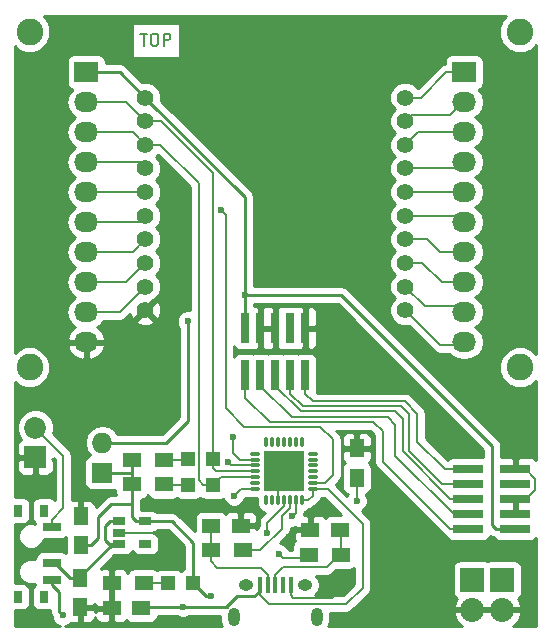
<source format=gbr>
G04 #@! TF.FileFunction,Copper,L1,Top,Signal*
%FSLAX46Y46*%
G04 Gerber Fmt 4.6, Leading zero omitted, Abs format (unit mm)*
G04 Created by KiCad (PCBNEW 4.0.4-stable) date 01/27/17 12:31:46*
%MOMM*%
%LPD*%
G01*
G04 APERTURE LIST*
%ADD10C,0.100000*%
%ADD11C,0.200000*%
%ADD12C,2.260600*%
%ADD13C,0.600000*%
%ADD14R,1.500000X0.700000*%
%ADD15R,0.800000X1.000000*%
%ADD16R,1.060000X0.650000*%
%ADD17R,1.500000X1.250000*%
%ADD18R,0.750000X2.500000*%
%ADD19C,1.400000*%
%ADD20R,1.250000X1.500000*%
%ADD21R,0.400000X1.350000*%
%ADD22O,1.250000X0.950000*%
%ADD23O,1.000000X1.550000*%
%ADD24R,1.198880X1.198880*%
%ADD25R,1.850000X1.850000*%
%ADD26C,1.850000*%
%ADD27R,2.032000X1.727200*%
%ADD28O,2.032000X1.727200*%
%ADD29R,2.032000X2.032000*%
%ADD30O,2.032000X2.032000*%
%ADD31R,2.500000X0.750000*%
%ADD32R,1.500000X1.300000*%
%ADD33R,1.727200X1.727200*%
%ADD34O,1.727200X1.727200*%
%ADD35O,0.300000X0.850000*%
%ADD36O,0.850000X0.300000*%
%ADD37R,1.675000X1.675000*%
%ADD38C,0.500000*%
%ADD39C,0.203200*%
%ADD40C,0.203000*%
%ADD41C,0.220000*%
%ADD42C,0.254000*%
%ADD43C,0.381000*%
G04 APERTURE END LIST*
D10*
D11*
X137590476Y-71752381D02*
X138161905Y-71752381D01*
X137876190Y-72752381D02*
X137876190Y-71752381D01*
X138685714Y-71752381D02*
X138876191Y-71752381D01*
X138971429Y-71800000D01*
X139066667Y-71895238D01*
X139114286Y-72085714D01*
X139114286Y-72419048D01*
X139066667Y-72609524D01*
X138971429Y-72704762D01*
X138876191Y-72752381D01*
X138685714Y-72752381D01*
X138590476Y-72704762D01*
X138495238Y-72609524D01*
X138447619Y-72419048D01*
X138447619Y-72085714D01*
X138495238Y-71895238D01*
X138590476Y-71800000D01*
X138685714Y-71752381D01*
X139542857Y-72752381D02*
X139542857Y-71752381D01*
X139923810Y-71752381D01*
X140019048Y-71800000D01*
X140066667Y-71847619D01*
X140114286Y-71942857D01*
X140114286Y-72085714D01*
X140066667Y-72180952D01*
X140019048Y-72228571D01*
X139923810Y-72276190D01*
X139542857Y-72276190D01*
D12*
X128200000Y-71600000D03*
D13*
X163400000Y-105800000D03*
D14*
X130075000Y-113540000D03*
X130075000Y-116540000D03*
X130075000Y-118040000D03*
D15*
X127225000Y-112140000D03*
X127225000Y-119440000D03*
X129425000Y-119440000D03*
X129425000Y-112140000D03*
D13*
X137700000Y-100800000D03*
X132700000Y-100800000D03*
X149800000Y-90800000D03*
X149800000Y-85800000D03*
X149800000Y-80800000D03*
X149800000Y-75800000D03*
X127700000Y-95800000D03*
X127700000Y-90800000D03*
X127700000Y-85800000D03*
X127700000Y-80800000D03*
X127700000Y-75800000D03*
X169800000Y-105800000D03*
X169800000Y-95800000D03*
X169800000Y-90800000D03*
X169800000Y-85800000D03*
X169800000Y-80800000D03*
X169800000Y-75800000D03*
X134800000Y-70800000D03*
X144800000Y-70800000D03*
X149800000Y-70800000D03*
X164800000Y-70800000D03*
X159800000Y-70800000D03*
X154800000Y-70800000D03*
X157900000Y-100900000D03*
X153400000Y-101000000D03*
X128500000Y-121500000D03*
X158600000Y-113400000D03*
X170900000Y-115400000D03*
X167400000Y-115400000D03*
X163300000Y-116300000D03*
X158600000Y-110600000D03*
X142600000Y-111700000D03*
X139300000Y-111700000D03*
X140500000Y-121500000D03*
X143600000Y-121500000D03*
X137700000Y-116500000D03*
X139900000Y-114600000D03*
X150200000Y-114390000D03*
D16*
X135800000Y-113050000D03*
X135800000Y-114000000D03*
X135800000Y-114950000D03*
X138000000Y-114950000D03*
X138000000Y-113050000D03*
D17*
X137650000Y-120400000D03*
X135150000Y-120400000D03*
D13*
X154450000Y-117750000D03*
X150210000Y-114390000D03*
X163300000Y-121500000D03*
X160100000Y-121500000D03*
X157100000Y-121500000D03*
X158600000Y-116300000D03*
D18*
X151540000Y-96670000D03*
X150270000Y-96670000D03*
X149000000Y-96670000D03*
X147730000Y-96670000D03*
X146460000Y-96670000D03*
X146460000Y-100670000D03*
X147730000Y-100670000D03*
X151540000Y-100670000D03*
X150270000Y-100670000D03*
D19*
X160000000Y-77160000D03*
X160000000Y-79160000D03*
X160000000Y-81160000D03*
X160000000Y-83160000D03*
X160000000Y-85160000D03*
X160000000Y-87160000D03*
X160000000Y-89160000D03*
X160000000Y-91160000D03*
X160000000Y-93160000D03*
X160000000Y-95160000D03*
X138000000Y-95160000D03*
X138000000Y-93160000D03*
X138000000Y-91160000D03*
X138000000Y-89160000D03*
X138000000Y-87160000D03*
X138000000Y-85160000D03*
X138000000Y-83160000D03*
X138000000Y-81160000D03*
X138000000Y-79160000D03*
X138000000Y-77160000D03*
D18*
X149000000Y-100670000D03*
D20*
X132510000Y-117800000D03*
X132510000Y-120300000D03*
D13*
X153400000Y-96900000D03*
D21*
X147699100Y-118420000D03*
X148349100Y-118420000D03*
X148999100Y-118420000D03*
X149649100Y-118420000D03*
X150299100Y-118420000D03*
D22*
X146499100Y-118420000D03*
X151499100Y-118420000D03*
D23*
X145499100Y-121120000D03*
X152499100Y-121120000D03*
D20*
X155900000Y-109350000D03*
X155900000Y-106850000D03*
X132530000Y-115080000D03*
X132530000Y-112580000D03*
D24*
X141620980Y-109970000D03*
X143719020Y-109970000D03*
X141600980Y-107760000D03*
X143699020Y-107760000D03*
X142049020Y-118300000D03*
X139950980Y-118300000D03*
D25*
X128680000Y-107610000D03*
D26*
X128680000Y-105110000D03*
D27*
X133000000Y-75000000D03*
D28*
X133000000Y-77540000D03*
X133000000Y-80080000D03*
X133000000Y-82620000D03*
X133000000Y-85160000D03*
X133000000Y-87700000D03*
X133000000Y-90240000D03*
X133000000Y-92780000D03*
X133000000Y-95320000D03*
X133000000Y-97860000D03*
D29*
X168240000Y-118000000D03*
D30*
X168240000Y-120540000D03*
D29*
X165700000Y-118000000D03*
D30*
X165700000Y-120540000D03*
D31*
X169320000Y-113700000D03*
X169320000Y-112430000D03*
X169320000Y-111160000D03*
X169320000Y-109890000D03*
X169320000Y-108620000D03*
X165320000Y-108620000D03*
X165320000Y-109890000D03*
X165320000Y-113700000D03*
X165320000Y-112430000D03*
X165320000Y-111160000D03*
D27*
X165000000Y-75000000D03*
D28*
X165000000Y-77540000D03*
X165000000Y-80080000D03*
X165000000Y-82620000D03*
X165000000Y-85160000D03*
X165000000Y-87700000D03*
X165000000Y-90240000D03*
X165000000Y-92780000D03*
X165000000Y-95320000D03*
X165000000Y-97860000D03*
D32*
X136852329Y-109917869D03*
X139552329Y-109917869D03*
X136862329Y-107807869D03*
X139562329Y-107807869D03*
X137850000Y-118300000D03*
X135150000Y-118300000D03*
D33*
X134360000Y-108910000D03*
D34*
X134360000Y-106370000D03*
D17*
X154480000Y-113770000D03*
X151980000Y-113770000D03*
X143563432Y-113410654D03*
X146063432Y-113410654D03*
D32*
X151830000Y-115850000D03*
X154530000Y-115850000D03*
X146243432Y-115500654D03*
X143543432Y-115500654D03*
D35*
X148240000Y-111260000D03*
X148740000Y-111260000D03*
X149240000Y-111260000D03*
X149740000Y-111260000D03*
X150240000Y-111260000D03*
X150740000Y-111260000D03*
X151240000Y-111260000D03*
D36*
X152190000Y-110310000D03*
X152190000Y-109810000D03*
X152190000Y-109310000D03*
X152190000Y-108810000D03*
X152190000Y-108310000D03*
X152190000Y-107810000D03*
X152190000Y-107310000D03*
D35*
X151240000Y-106360000D03*
X150740000Y-106360000D03*
X150240000Y-106360000D03*
X149740000Y-106360000D03*
X149240000Y-106360000D03*
X148740000Y-106360000D03*
X148240000Y-106360000D03*
D36*
X147290000Y-107310000D03*
X147290000Y-107810000D03*
X147290000Y-108310000D03*
X147290000Y-108810000D03*
X147290000Y-109310000D03*
X147290000Y-109810000D03*
X147290000Y-110310000D03*
D37*
X150577500Y-107972500D03*
X148902500Y-107972500D03*
X150577500Y-109647500D03*
X148902500Y-109647500D03*
D38*
X149740000Y-108810000D03*
X149740000Y-107810000D03*
X150740000Y-108810000D03*
X150740000Y-107810000D03*
X148740000Y-107810000D03*
X148740000Y-108810000D03*
X148740000Y-109810000D03*
X149740000Y-109810000D03*
X150740000Y-109810000D03*
D12*
X128200000Y-100000000D03*
X169700000Y-100000000D03*
X169700000Y-71600000D03*
D13*
X155900000Y-111300000D03*
X150428335Y-112628335D03*
X141200000Y-120300000D03*
X131000000Y-121000000D03*
X143600000Y-119400000D03*
X141590000Y-96100000D03*
X146400000Y-93900000D03*
X144390000Y-86690000D03*
X145500000Y-110900000D03*
X144970000Y-108040000D03*
X145400000Y-105900000D03*
X148340000Y-114010000D03*
X149310000Y-115810000D03*
D39*
X155900000Y-110303200D02*
X155900000Y-111300000D01*
X155900000Y-109350000D02*
X155900000Y-110303200D01*
X156310000Y-109400000D02*
X156270000Y-109360000D01*
X150740000Y-111260000D02*
X150740000Y-112316670D01*
X150740000Y-112316670D02*
X150728334Y-112328336D01*
X150728334Y-112328336D02*
X150428335Y-112628335D01*
X149240000Y-111260000D02*
X149240000Y-109985000D01*
X149240000Y-109985000D02*
X148902500Y-109647500D01*
X135800000Y-114000000D02*
X139300001Y-114000001D01*
X139300001Y-114000001D02*
X139900000Y-114600000D01*
X150299100Y-118420000D02*
X150299100Y-119298200D01*
X154450000Y-118880000D02*
X154450000Y-117750000D01*
X150299100Y-119298200D02*
X150500900Y-119500000D01*
X150500900Y-119500000D02*
X153830000Y-119500000D01*
X153830000Y-119500000D02*
X154450000Y-118880000D01*
X154590000Y-117890000D02*
X154450000Y-117750000D01*
X171000000Y-110377882D02*
X171000000Y-109425000D01*
X171000000Y-109425000D02*
X170195000Y-108620000D01*
X170195000Y-108620000D02*
X169320000Y-108620000D01*
X169320000Y-111160000D02*
X170217882Y-111160000D01*
X170217882Y-111160000D02*
X171000000Y-110377882D01*
X169320000Y-112430000D02*
X169320000Y-111160000D01*
D40*
X149000000Y-96670000D02*
X147730000Y-96670000D01*
D39*
X149000000Y-96670000D02*
X149000000Y-98123200D01*
X149000000Y-98123200D02*
X149636800Y-98760000D01*
X149636800Y-98760000D02*
X151000000Y-98760000D01*
X151000000Y-98760000D02*
X151540000Y-98220000D01*
X151540000Y-98220000D02*
X151540000Y-96670000D01*
D40*
X153400000Y-96900000D02*
X151770000Y-96900000D01*
D39*
X151770000Y-96900000D02*
X151540000Y-96670000D01*
D41*
X169300000Y-108600000D02*
X169320000Y-108620000D01*
D42*
X131000000Y-121000000D02*
X130700001Y-120700001D01*
X130700001Y-120700001D02*
X130700001Y-119060001D01*
X130700001Y-119060001D02*
X130075000Y-118435000D01*
X130075000Y-118435000D02*
X130075000Y-118040000D01*
X141200000Y-120300000D02*
X137750000Y-120300000D01*
X137750000Y-120300000D02*
X137650000Y-120400000D01*
X144900000Y-120274532D02*
X145200000Y-119974532D01*
X145200000Y-119974532D02*
X145774532Y-119400000D01*
X141200000Y-120300000D02*
X144874532Y-120300000D01*
X144874532Y-120300000D02*
X145200000Y-119974532D01*
D39*
X147699100Y-118420000D02*
X147699100Y-119298200D01*
X147699100Y-119298200D02*
X148430900Y-120030000D01*
X156400000Y-113250000D02*
X153460000Y-110310000D01*
X148430900Y-120030000D02*
X155020000Y-120030000D01*
X155020000Y-120030000D02*
X156400000Y-118650000D01*
X153460000Y-110310000D02*
X152190000Y-110310000D01*
X156400000Y-118650000D02*
X156400000Y-113250000D01*
D42*
X147194100Y-119400000D02*
X147699100Y-118895000D01*
X145774532Y-119400000D02*
X147194100Y-119400000D01*
X147699100Y-118895000D02*
X147699100Y-118420000D01*
D39*
X151800000Y-111260000D02*
X152190000Y-110870000D01*
X152190000Y-110870000D02*
X152190000Y-110310000D01*
X151240000Y-111260000D02*
X151800000Y-111260000D01*
D42*
X132510000Y-117800000D02*
X131631000Y-117800000D01*
X131631000Y-117800000D02*
X130371000Y-116540000D01*
X130371000Y-116540000D02*
X130075000Y-116540000D01*
X134600000Y-114600000D02*
X134950000Y-114950000D01*
X134950000Y-114950000D02*
X135800000Y-114950000D01*
X134600000Y-113466000D02*
X134600000Y-114600000D01*
X135800000Y-113050000D02*
X135016000Y-113050000D01*
X135016000Y-113050000D02*
X134600000Y-113466000D01*
X132510000Y-117675000D02*
X135235000Y-114950000D01*
X135235000Y-114950000D02*
X135800000Y-114950000D01*
X132510000Y-117800000D02*
X132510000Y-117675000D01*
X134360000Y-108910000D02*
X136748460Y-108910000D01*
X136748460Y-108910000D02*
X136852329Y-109013869D01*
X136852329Y-109013869D02*
X136852329Y-109917869D01*
X132530000Y-115080000D02*
X133409000Y-115080000D01*
X134000000Y-112700000D02*
X135100000Y-111600000D01*
X133409000Y-115080000D02*
X134000000Y-114489000D01*
X134000000Y-114489000D02*
X134000000Y-112700000D01*
X135100000Y-111600000D02*
X136852329Y-111600000D01*
X136852329Y-112686329D02*
X136852329Y-111600000D01*
X136852329Y-111600000D02*
X136852329Y-110821869D01*
X142049020Y-118300000D02*
X142049020Y-114849020D01*
X142049020Y-114849020D02*
X140250000Y-113050000D01*
X140250000Y-113050000D02*
X138000000Y-113050000D01*
X138000000Y-113050000D02*
X137216000Y-113050000D01*
X137216000Y-113050000D02*
X136852329Y-112686329D01*
X136852329Y-110821869D02*
X136852329Y-109917869D01*
X142049020Y-118031058D02*
X142049020Y-118300000D01*
X143600000Y-119400000D02*
X143149020Y-119400000D01*
X143149020Y-119400000D02*
X142049020Y-118300000D01*
X136852329Y-109917869D02*
X136852329Y-107817869D01*
X136852329Y-107817869D02*
X136862329Y-107807869D01*
X136800000Y-109970198D02*
X136852329Y-109917869D01*
D43*
X136862329Y-109907869D02*
X136852329Y-109917869D01*
X136850198Y-109920000D02*
X136852329Y-109917869D01*
D40*
X141620980Y-109970000D02*
X139604460Y-109970000D01*
D41*
X139604460Y-109970000D02*
X139552329Y-109917869D01*
D39*
X142522021Y-84412021D02*
X139270000Y-81160000D01*
X139270000Y-81160000D02*
X138000000Y-81160000D01*
X143719020Y-109970000D02*
X142916380Y-109970000D01*
X142916380Y-109970000D02*
X142522021Y-109575641D01*
X142522021Y-109575641D02*
X142522021Y-84412021D01*
X147290000Y-109310000D02*
X144379020Y-109310000D01*
X144379020Y-109310000D02*
X143719020Y-109970000D01*
X133000000Y-80080000D02*
X136920000Y-80080000D01*
X136920000Y-80080000D02*
X138000000Y-81160000D01*
D40*
X139562329Y-107807869D02*
X141553111Y-107807869D01*
D41*
X141553111Y-107807869D02*
X141600980Y-107760000D01*
D39*
X143699020Y-107760000D02*
X143699020Y-83539020D01*
X143699020Y-83539020D02*
X139320000Y-79160000D01*
X139320000Y-79160000D02*
X138000000Y-79160000D01*
X147290000Y-108810000D02*
X143946380Y-108810000D01*
X143946380Y-108810000D02*
X143699020Y-108562640D01*
X143699020Y-108562640D02*
X143699020Y-107760000D01*
X133000000Y-77540000D02*
X136380000Y-77540000D01*
X136380000Y-77540000D02*
X138000000Y-79160000D01*
D41*
X137980000Y-79140000D02*
X138000000Y-79160000D01*
D39*
X137850000Y-118300000D02*
X139950980Y-118300000D01*
D42*
X134360000Y-106370000D02*
X139730000Y-106370000D01*
X139730000Y-106370000D02*
X141590000Y-104510000D01*
X141590000Y-104510000D02*
X141590000Y-96100000D01*
X133000000Y-75000000D02*
X135840000Y-75000000D01*
X135840000Y-75000000D02*
X138000000Y-77160000D01*
X154610000Y-93900000D02*
X146400000Y-93900000D01*
X167380000Y-106670000D02*
X154610000Y-93900000D01*
X138000000Y-77160000D02*
X146400000Y-85560000D01*
X146400000Y-85560000D02*
X146400000Y-93900000D01*
X146460000Y-96670000D02*
X146460000Y-93960000D01*
X146460000Y-93960000D02*
X146400000Y-93900000D01*
X169320000Y-113700000D02*
X167689000Y-113700000D01*
X167689000Y-113700000D02*
X167380000Y-113391000D01*
X167380000Y-113391000D02*
X167380000Y-106670000D01*
D39*
X133000000Y-82620000D02*
X137460000Y-82620000D01*
X137460000Y-82620000D02*
X138000000Y-83160000D01*
X144390000Y-86690000D02*
X144790000Y-87090000D01*
X144790000Y-87090000D02*
X144790000Y-103460000D01*
X144790000Y-103460000D02*
X146361620Y-105031620D01*
X146361620Y-105031620D02*
X152801620Y-105031620D01*
X152801620Y-105031620D02*
X153880000Y-106110000D01*
X153880000Y-106110000D02*
X153880000Y-109120000D01*
X153880000Y-109120000D02*
X153190000Y-109810000D01*
X153190000Y-109810000D02*
X152190000Y-109810000D01*
X133000000Y-85160000D02*
X138000000Y-85160000D01*
X133000000Y-87700000D02*
X137460000Y-87700000D01*
X137460000Y-87700000D02*
X138000000Y-87160000D01*
X133000000Y-90240000D02*
X136920000Y-90240000D01*
X136920000Y-90240000D02*
X138000000Y-89160000D01*
X133000000Y-92780000D02*
X136380000Y-92780000D01*
X136380000Y-92780000D02*
X138000000Y-91160000D01*
D41*
X137640000Y-91160000D02*
X138000000Y-91160000D01*
D39*
X147290000Y-110310000D02*
X146090000Y-110310000D01*
X146090000Y-110310000D02*
X145500000Y-110900000D01*
X133000000Y-95320000D02*
X135840000Y-95320000D01*
X135840000Y-95320000D02*
X138000000Y-93160000D01*
X152178390Y-102888390D02*
X151540000Y-102250000D01*
X151540000Y-102250000D02*
X151540000Y-100670000D01*
X161010000Y-103920000D02*
X159978390Y-102888390D01*
X159978390Y-102888390D02*
X152178390Y-102888390D01*
X161010000Y-106290000D02*
X161010000Y-103920000D01*
X163340000Y-108620000D02*
X161010000Y-106290000D01*
X165320000Y-108620000D02*
X163340000Y-108620000D01*
X151328704Y-103291600D02*
X150270000Y-102232896D01*
X150270000Y-102232896D02*
X150270000Y-100670000D01*
X160340000Y-107090000D02*
X160340000Y-103960000D01*
X160340000Y-103960000D02*
X159671600Y-103291600D01*
X159671600Y-103291600D02*
X151328704Y-103291600D01*
X163140000Y-109890000D02*
X160340000Y-107090000D01*
X165320000Y-109890000D02*
X163140000Y-109890000D01*
D40*
X158100000Y-108000000D02*
X163800000Y-113700000D01*
X163800000Y-113700000D02*
X165320000Y-113700000D01*
X158100000Y-105400000D02*
X158100000Y-108000000D01*
X157320010Y-104620010D02*
X158100000Y-105400000D01*
X146460000Y-102560000D02*
X148520010Y-104620010D01*
X148520010Y-104620010D02*
X157320010Y-104620010D01*
X146460000Y-100670000D02*
X146460000Y-102560000D01*
D39*
X147730000Y-100670000D02*
X147730000Y-101545000D01*
X158528400Y-104208400D02*
X159180000Y-104860000D01*
X147730000Y-101545000D02*
X150393400Y-104208400D01*
X150393400Y-104208400D02*
X158528400Y-104208400D01*
X159180000Y-104860000D02*
X159180000Y-107510000D01*
X159180000Y-107510000D02*
X164100000Y-112430000D01*
X164100000Y-112430000D02*
X165320000Y-112430000D01*
X149000000Y-101545000D02*
X151149810Y-103694810D01*
X159800000Y-107120224D02*
X163839776Y-111160000D01*
X151149810Y-103694810D02*
X159144810Y-103694810D01*
X159144810Y-103694810D02*
X159800000Y-104350000D01*
X163839776Y-111160000D02*
X165320000Y-111160000D01*
X159800000Y-104350000D02*
X159800000Y-107120224D01*
D41*
X149000000Y-100670000D02*
X149000000Y-101545000D01*
D39*
X161340000Y-77160000D02*
X163500000Y-75000000D01*
X163500000Y-75000000D02*
X165000000Y-75000000D01*
X160000000Y-77160000D02*
X161340000Y-77160000D01*
X160000000Y-79160000D02*
X160560000Y-78600000D01*
X163787600Y-78600000D02*
X164847600Y-77540000D01*
X160560000Y-78600000D02*
X163787600Y-78600000D01*
X164847600Y-77540000D02*
X165000000Y-77540000D01*
X160000000Y-81160000D02*
X161080000Y-80080000D01*
X161080000Y-80080000D02*
X165000000Y-80080000D01*
X160000000Y-83160000D02*
X164460000Y-83160000D01*
X164460000Y-83160000D02*
X165000000Y-82620000D01*
X160000000Y-85160000D02*
X165000000Y-85160000D01*
X147290000Y-108310000D02*
X145240000Y-108310000D01*
X145240000Y-108310000D02*
X144970000Y-108040000D01*
X160000000Y-87160000D02*
X164460000Y-87160000D01*
X164460000Y-87160000D02*
X165000000Y-87700000D01*
X161860000Y-89160000D02*
X162940000Y-90240000D01*
X162940000Y-90240000D02*
X165000000Y-90240000D01*
X160000000Y-89160000D02*
X161860000Y-89160000D01*
X161460000Y-91160000D02*
X163080000Y-92780000D01*
X163080000Y-92780000D02*
X165000000Y-92780000D01*
X160000000Y-91160000D02*
X161460000Y-91160000D01*
D41*
X160000000Y-91160000D02*
X160060000Y-91160000D01*
D39*
X147290000Y-107810000D02*
X145980000Y-107810000D01*
X145980000Y-107810000D02*
X145400000Y-107230000D01*
X145400000Y-107230000D02*
X145400000Y-105900000D01*
X160000000Y-93160000D02*
X161640000Y-94800000D01*
X161640000Y-94800000D02*
X164400000Y-94800000D01*
X164400000Y-94800000D02*
X164920000Y-95320000D01*
X164920000Y-95320000D02*
X165000000Y-95320000D01*
X160000000Y-95160000D02*
X162940000Y-98100000D01*
X162940000Y-98100000D02*
X164760000Y-98100000D01*
X164760000Y-98100000D02*
X165000000Y-97860000D01*
X148999100Y-118420000D02*
X148999100Y-117541800D01*
X148999100Y-117541800D02*
X149650900Y-116890000D01*
X149650900Y-116890000D02*
X153390000Y-116890000D01*
X153390000Y-116890000D02*
X154430000Y-115850000D01*
X154430000Y-115850000D02*
X154530000Y-115850000D01*
X154530000Y-115850000D02*
X154530000Y-113820000D01*
X154530000Y-113820000D02*
X154480000Y-113770000D01*
X143543432Y-115500654D02*
X143543432Y-113430654D01*
X143543432Y-113430654D02*
X143563432Y-113410654D01*
X148349100Y-118420000D02*
X148349100Y-117541800D01*
X148349100Y-117541800D02*
X147797300Y-116990000D01*
X147797300Y-116990000D02*
X144100000Y-116990000D01*
X144100000Y-116990000D02*
X143543432Y-116433432D01*
X143543432Y-116433432D02*
X143543432Y-115500654D01*
X148340000Y-114010000D02*
X148340000Y-113143896D01*
X148340000Y-113143896D02*
X149740000Y-111743896D01*
X149740000Y-111743896D02*
X149740000Y-111260000D01*
X151340000Y-116170000D02*
X149670000Y-116170000D01*
X149670000Y-116170000D02*
X149310000Y-115810000D01*
X150240000Y-111260000D02*
X150240000Y-111926300D01*
X150240000Y-111926300D02*
X149560000Y-112606300D01*
X149560000Y-112606300D02*
X149560000Y-113680370D01*
X146243432Y-115500654D02*
X147739716Y-115500654D01*
X147739716Y-115500654D02*
X149560000Y-113680370D01*
X131070000Y-111937882D02*
X131070000Y-107500000D01*
X131070000Y-107500000D02*
X128680000Y-105110000D01*
X130075000Y-113540000D02*
X130075000Y-112932882D01*
X130075000Y-112932882D02*
X131070000Y-111937882D01*
D42*
G36*
X157363500Y-105705068D02*
X157363500Y-108000000D01*
X157419563Y-108281846D01*
X157579216Y-108520784D01*
X163279216Y-114220784D01*
X163507287Y-114373177D01*
X163605910Y-114526441D01*
X163818110Y-114671431D01*
X164070000Y-114722440D01*
X166570000Y-114722440D01*
X166805317Y-114678162D01*
X167021441Y-114539090D01*
X167166431Y-114326890D01*
X167180205Y-114258874D01*
X167397395Y-114403996D01*
X167546160Y-114433587D01*
X167605910Y-114526441D01*
X167818110Y-114671431D01*
X168070000Y-114722440D01*
X170570000Y-114722440D01*
X170805317Y-114678162D01*
X171021441Y-114539090D01*
X171065000Y-114475339D01*
X171065000Y-121915000D01*
X169126025Y-121915000D01*
X169208379Y-121877188D01*
X169646385Y-121404818D01*
X169845975Y-120922944D01*
X169726836Y-120667000D01*
X168367000Y-120667000D01*
X168367000Y-120687000D01*
X168113000Y-120687000D01*
X168113000Y-120667000D01*
X165827000Y-120667000D01*
X165827000Y-120687000D01*
X165573000Y-120687000D01*
X165573000Y-120667000D01*
X164213164Y-120667000D01*
X164094025Y-120922944D01*
X164293615Y-121404818D01*
X164731621Y-121877188D01*
X164813975Y-121915000D01*
X153508929Y-121915000D01*
X153547703Y-121856970D01*
X153634100Y-121422624D01*
X153634100Y-120817376D01*
X153624000Y-120766600D01*
X155020000Y-120766600D01*
X155301885Y-120710530D01*
X155540855Y-120550855D01*
X156920855Y-119170855D01*
X156941472Y-119140000D01*
X157080530Y-118931885D01*
X157136600Y-118650000D01*
X157136600Y-116984000D01*
X164036560Y-116984000D01*
X164036560Y-119016000D01*
X164080838Y-119251317D01*
X164219910Y-119467441D01*
X164382948Y-119578840D01*
X164293615Y-119675182D01*
X164094025Y-120157056D01*
X164213164Y-120413000D01*
X165573000Y-120413000D01*
X165573000Y-120393000D01*
X165827000Y-120393000D01*
X165827000Y-120413000D01*
X168113000Y-120413000D01*
X168113000Y-120393000D01*
X168367000Y-120393000D01*
X168367000Y-120413000D01*
X169726836Y-120413000D01*
X169845975Y-120157056D01*
X169646385Y-119675182D01*
X169555903Y-119577602D01*
X169707441Y-119480090D01*
X169852431Y-119267890D01*
X169903440Y-119016000D01*
X169903440Y-116984000D01*
X169859162Y-116748683D01*
X169720090Y-116532559D01*
X169507890Y-116387569D01*
X169256000Y-116336560D01*
X167224000Y-116336560D01*
X166988683Y-116380838D01*
X166972901Y-116390993D01*
X166967890Y-116387569D01*
X166716000Y-116336560D01*
X164684000Y-116336560D01*
X164448683Y-116380838D01*
X164232559Y-116519910D01*
X164087569Y-116732110D01*
X164036560Y-116984000D01*
X157136600Y-116984000D01*
X157136600Y-113250000D01*
X157080530Y-112968115D01*
X156920855Y-112729145D01*
X156326964Y-112135254D01*
X156428943Y-112093117D01*
X156692192Y-111830327D01*
X156834838Y-111486799D01*
X156835162Y-111114833D01*
X156693117Y-110771057D01*
X156646685Y-110724543D01*
X156760317Y-110703162D01*
X156976441Y-110564090D01*
X157121431Y-110351890D01*
X157172440Y-110100000D01*
X157172440Y-108600000D01*
X157128162Y-108364683D01*
X156989090Y-108148559D01*
X156920994Y-108102031D01*
X157063327Y-107959698D01*
X157160000Y-107726309D01*
X157160000Y-107135750D01*
X157001250Y-106977000D01*
X156027000Y-106977000D01*
X156027000Y-106997000D01*
X155773000Y-106997000D01*
X155773000Y-106977000D01*
X154798750Y-106977000D01*
X154640000Y-107135750D01*
X154640000Y-107726309D01*
X154736673Y-107959698D01*
X154877910Y-108100936D01*
X154823559Y-108135910D01*
X154678569Y-108348110D01*
X154627560Y-108600000D01*
X154627560Y-110100000D01*
X154671838Y-110335317D01*
X154810910Y-110551441D01*
X155023110Y-110696431D01*
X155154520Y-110723042D01*
X155107808Y-110769673D01*
X155064846Y-110873136D01*
X154116710Y-109925000D01*
X154400855Y-109640855D01*
X154560530Y-109401885D01*
X154616600Y-109120000D01*
X154616600Y-106110000D01*
X154589487Y-105973691D01*
X154640000Y-105973691D01*
X154640000Y-106564250D01*
X154798750Y-106723000D01*
X155773000Y-106723000D01*
X155773000Y-105623750D01*
X156027000Y-105623750D01*
X156027000Y-106723000D01*
X157001250Y-106723000D01*
X157160000Y-106564250D01*
X157160000Y-105973691D01*
X157063327Y-105740302D01*
X156884699Y-105561673D01*
X156651310Y-105465000D01*
X156185750Y-105465000D01*
X156027000Y-105623750D01*
X155773000Y-105623750D01*
X155614250Y-105465000D01*
X155148690Y-105465000D01*
X154915301Y-105561673D01*
X154736673Y-105740302D01*
X154640000Y-105973691D01*
X154589487Y-105973691D01*
X154560530Y-105828115D01*
X154400855Y-105589145D01*
X154168220Y-105356510D01*
X157014942Y-105356510D01*
X157363500Y-105705068D01*
X157363500Y-105705068D01*
G37*
X157363500Y-105705068D02*
X157363500Y-108000000D01*
X157419563Y-108281846D01*
X157579216Y-108520784D01*
X163279216Y-114220784D01*
X163507287Y-114373177D01*
X163605910Y-114526441D01*
X163818110Y-114671431D01*
X164070000Y-114722440D01*
X166570000Y-114722440D01*
X166805317Y-114678162D01*
X167021441Y-114539090D01*
X167166431Y-114326890D01*
X167180205Y-114258874D01*
X167397395Y-114403996D01*
X167546160Y-114433587D01*
X167605910Y-114526441D01*
X167818110Y-114671431D01*
X168070000Y-114722440D01*
X170570000Y-114722440D01*
X170805317Y-114678162D01*
X171021441Y-114539090D01*
X171065000Y-114475339D01*
X171065000Y-121915000D01*
X169126025Y-121915000D01*
X169208379Y-121877188D01*
X169646385Y-121404818D01*
X169845975Y-120922944D01*
X169726836Y-120667000D01*
X168367000Y-120667000D01*
X168367000Y-120687000D01*
X168113000Y-120687000D01*
X168113000Y-120667000D01*
X165827000Y-120667000D01*
X165827000Y-120687000D01*
X165573000Y-120687000D01*
X165573000Y-120667000D01*
X164213164Y-120667000D01*
X164094025Y-120922944D01*
X164293615Y-121404818D01*
X164731621Y-121877188D01*
X164813975Y-121915000D01*
X153508929Y-121915000D01*
X153547703Y-121856970D01*
X153634100Y-121422624D01*
X153634100Y-120817376D01*
X153624000Y-120766600D01*
X155020000Y-120766600D01*
X155301885Y-120710530D01*
X155540855Y-120550855D01*
X156920855Y-119170855D01*
X156941472Y-119140000D01*
X157080530Y-118931885D01*
X157136600Y-118650000D01*
X157136600Y-116984000D01*
X164036560Y-116984000D01*
X164036560Y-119016000D01*
X164080838Y-119251317D01*
X164219910Y-119467441D01*
X164382948Y-119578840D01*
X164293615Y-119675182D01*
X164094025Y-120157056D01*
X164213164Y-120413000D01*
X165573000Y-120413000D01*
X165573000Y-120393000D01*
X165827000Y-120393000D01*
X165827000Y-120413000D01*
X168113000Y-120413000D01*
X168113000Y-120393000D01*
X168367000Y-120393000D01*
X168367000Y-120413000D01*
X169726836Y-120413000D01*
X169845975Y-120157056D01*
X169646385Y-119675182D01*
X169555903Y-119577602D01*
X169707441Y-119480090D01*
X169852431Y-119267890D01*
X169903440Y-119016000D01*
X169903440Y-116984000D01*
X169859162Y-116748683D01*
X169720090Y-116532559D01*
X169507890Y-116387569D01*
X169256000Y-116336560D01*
X167224000Y-116336560D01*
X166988683Y-116380838D01*
X166972901Y-116390993D01*
X166967890Y-116387569D01*
X166716000Y-116336560D01*
X164684000Y-116336560D01*
X164448683Y-116380838D01*
X164232559Y-116519910D01*
X164087569Y-116732110D01*
X164036560Y-116984000D01*
X157136600Y-116984000D01*
X157136600Y-113250000D01*
X157080530Y-112968115D01*
X156920855Y-112729145D01*
X156326964Y-112135254D01*
X156428943Y-112093117D01*
X156692192Y-111830327D01*
X156834838Y-111486799D01*
X156835162Y-111114833D01*
X156693117Y-110771057D01*
X156646685Y-110724543D01*
X156760317Y-110703162D01*
X156976441Y-110564090D01*
X157121431Y-110351890D01*
X157172440Y-110100000D01*
X157172440Y-108600000D01*
X157128162Y-108364683D01*
X156989090Y-108148559D01*
X156920994Y-108102031D01*
X157063327Y-107959698D01*
X157160000Y-107726309D01*
X157160000Y-107135750D01*
X157001250Y-106977000D01*
X156027000Y-106977000D01*
X156027000Y-106997000D01*
X155773000Y-106997000D01*
X155773000Y-106977000D01*
X154798750Y-106977000D01*
X154640000Y-107135750D01*
X154640000Y-107726309D01*
X154736673Y-107959698D01*
X154877910Y-108100936D01*
X154823559Y-108135910D01*
X154678569Y-108348110D01*
X154627560Y-108600000D01*
X154627560Y-110100000D01*
X154671838Y-110335317D01*
X154810910Y-110551441D01*
X155023110Y-110696431D01*
X155154520Y-110723042D01*
X155107808Y-110769673D01*
X155064846Y-110873136D01*
X154116710Y-109925000D01*
X154400855Y-109640855D01*
X154560530Y-109401885D01*
X154616600Y-109120000D01*
X154616600Y-106110000D01*
X154589487Y-105973691D01*
X154640000Y-105973691D01*
X154640000Y-106564250D01*
X154798750Y-106723000D01*
X155773000Y-106723000D01*
X155773000Y-105623750D01*
X156027000Y-105623750D01*
X156027000Y-106723000D01*
X157001250Y-106723000D01*
X157160000Y-106564250D01*
X157160000Y-105973691D01*
X157063327Y-105740302D01*
X156884699Y-105561673D01*
X156651310Y-105465000D01*
X156185750Y-105465000D01*
X156027000Y-105623750D01*
X155773000Y-105623750D01*
X155614250Y-105465000D01*
X155148690Y-105465000D01*
X154915301Y-105561673D01*
X154736673Y-105740302D01*
X154640000Y-105973691D01*
X154589487Y-105973691D01*
X154560530Y-105828115D01*
X154400855Y-105589145D01*
X154168220Y-105356510D01*
X157014942Y-105356510D01*
X157363500Y-105705068D01*
G36*
X141287020Y-115164651D02*
X141287020Y-117083708D01*
X141214263Y-117097398D01*
X140998139Y-117236470D01*
X140997457Y-117237467D01*
X140802310Y-117104129D01*
X140550420Y-117053120D01*
X139351540Y-117053120D01*
X139116223Y-117097398D01*
X139013128Y-117163738D01*
X138851890Y-117053569D01*
X138600000Y-117002560D01*
X137100000Y-117002560D01*
X136864683Y-117046838D01*
X136648559Y-117185910D01*
X136503569Y-117398110D01*
X136496809Y-117431490D01*
X136438327Y-117290301D01*
X136259698Y-117111673D01*
X136026309Y-117015000D01*
X135435750Y-117015000D01*
X135277000Y-117173750D01*
X135277000Y-118173000D01*
X135297000Y-118173000D01*
X135297000Y-118427000D01*
X135277000Y-118427000D01*
X135277000Y-120273000D01*
X135297000Y-120273000D01*
X135297000Y-120527000D01*
X135277000Y-120527000D01*
X135277000Y-121501250D01*
X135435750Y-121660000D01*
X136026309Y-121660000D01*
X136259698Y-121563327D01*
X136400936Y-121422090D01*
X136435910Y-121476441D01*
X136648110Y-121621431D01*
X136900000Y-121672440D01*
X138400000Y-121672440D01*
X138635317Y-121628162D01*
X138851441Y-121489090D01*
X138996431Y-121276890D01*
X139039947Y-121062000D01*
X140639534Y-121062000D01*
X140669673Y-121092192D01*
X141013201Y-121234838D01*
X141385167Y-121235162D01*
X141728943Y-121093117D01*
X141760114Y-121062000D01*
X144364100Y-121062000D01*
X144364100Y-121422624D01*
X144450497Y-121856970D01*
X144489271Y-121915000D01*
X131233963Y-121915000D01*
X131528943Y-121793117D01*
X131672862Y-121649449D01*
X131758690Y-121685000D01*
X132224250Y-121685000D01*
X132383000Y-121526250D01*
X132383000Y-120427000D01*
X132637000Y-120427000D01*
X132637000Y-121526250D01*
X132795750Y-121685000D01*
X133261310Y-121685000D01*
X133494699Y-121588327D01*
X133673327Y-121409698D01*
X133770000Y-121176309D01*
X133770000Y-121163381D01*
X133861673Y-121384699D01*
X134040302Y-121563327D01*
X134273691Y-121660000D01*
X134864250Y-121660000D01*
X135023000Y-121501250D01*
X135023000Y-120527000D01*
X133923750Y-120527000D01*
X133770000Y-120680750D01*
X133770000Y-120585750D01*
X133611250Y-120427000D01*
X132637000Y-120427000D01*
X132383000Y-120427000D01*
X132363000Y-120427000D01*
X132363000Y-120173000D01*
X132383000Y-120173000D01*
X132383000Y-120153000D01*
X132637000Y-120153000D01*
X132637000Y-120173000D01*
X133611250Y-120173000D01*
X133765000Y-120019250D01*
X133765000Y-120114250D01*
X133923750Y-120273000D01*
X135023000Y-120273000D01*
X135023000Y-118427000D01*
X135003000Y-118427000D01*
X135003000Y-118173000D01*
X135023000Y-118173000D01*
X135023000Y-117173750D01*
X134864250Y-117015000D01*
X134273691Y-117015000D01*
X134229202Y-117033428D01*
X135340190Y-115922440D01*
X136330000Y-115922440D01*
X136565317Y-115878162D01*
X136781441Y-115739090D01*
X136901233Y-115563768D01*
X137005910Y-115726441D01*
X137218110Y-115871431D01*
X137470000Y-115922440D01*
X138530000Y-115922440D01*
X138765317Y-115878162D01*
X138981441Y-115739090D01*
X139126431Y-115526890D01*
X139177440Y-115275000D01*
X139177440Y-114625000D01*
X139133162Y-114389683D01*
X138994090Y-114173559D01*
X138781890Y-114028569D01*
X138644880Y-114000824D01*
X138765317Y-113978162D01*
X138981441Y-113839090D01*
X138999951Y-113812000D01*
X139934370Y-113812000D01*
X141287020Y-115164651D01*
X141287020Y-115164651D01*
G37*
X141287020Y-115164651D02*
X141287020Y-117083708D01*
X141214263Y-117097398D01*
X140998139Y-117236470D01*
X140997457Y-117237467D01*
X140802310Y-117104129D01*
X140550420Y-117053120D01*
X139351540Y-117053120D01*
X139116223Y-117097398D01*
X139013128Y-117163738D01*
X138851890Y-117053569D01*
X138600000Y-117002560D01*
X137100000Y-117002560D01*
X136864683Y-117046838D01*
X136648559Y-117185910D01*
X136503569Y-117398110D01*
X136496809Y-117431490D01*
X136438327Y-117290301D01*
X136259698Y-117111673D01*
X136026309Y-117015000D01*
X135435750Y-117015000D01*
X135277000Y-117173750D01*
X135277000Y-118173000D01*
X135297000Y-118173000D01*
X135297000Y-118427000D01*
X135277000Y-118427000D01*
X135277000Y-120273000D01*
X135297000Y-120273000D01*
X135297000Y-120527000D01*
X135277000Y-120527000D01*
X135277000Y-121501250D01*
X135435750Y-121660000D01*
X136026309Y-121660000D01*
X136259698Y-121563327D01*
X136400936Y-121422090D01*
X136435910Y-121476441D01*
X136648110Y-121621431D01*
X136900000Y-121672440D01*
X138400000Y-121672440D01*
X138635317Y-121628162D01*
X138851441Y-121489090D01*
X138996431Y-121276890D01*
X139039947Y-121062000D01*
X140639534Y-121062000D01*
X140669673Y-121092192D01*
X141013201Y-121234838D01*
X141385167Y-121235162D01*
X141728943Y-121093117D01*
X141760114Y-121062000D01*
X144364100Y-121062000D01*
X144364100Y-121422624D01*
X144450497Y-121856970D01*
X144489271Y-121915000D01*
X131233963Y-121915000D01*
X131528943Y-121793117D01*
X131672862Y-121649449D01*
X131758690Y-121685000D01*
X132224250Y-121685000D01*
X132383000Y-121526250D01*
X132383000Y-120427000D01*
X132637000Y-120427000D01*
X132637000Y-121526250D01*
X132795750Y-121685000D01*
X133261310Y-121685000D01*
X133494699Y-121588327D01*
X133673327Y-121409698D01*
X133770000Y-121176309D01*
X133770000Y-121163381D01*
X133861673Y-121384699D01*
X134040302Y-121563327D01*
X134273691Y-121660000D01*
X134864250Y-121660000D01*
X135023000Y-121501250D01*
X135023000Y-120527000D01*
X133923750Y-120527000D01*
X133770000Y-120680750D01*
X133770000Y-120585750D01*
X133611250Y-120427000D01*
X132637000Y-120427000D01*
X132383000Y-120427000D01*
X132363000Y-120427000D01*
X132363000Y-120173000D01*
X132383000Y-120173000D01*
X132383000Y-120153000D01*
X132637000Y-120153000D01*
X132637000Y-120173000D01*
X133611250Y-120173000D01*
X133765000Y-120019250D01*
X133765000Y-120114250D01*
X133923750Y-120273000D01*
X135023000Y-120273000D01*
X135023000Y-118427000D01*
X135003000Y-118427000D01*
X135003000Y-118173000D01*
X135023000Y-118173000D01*
X135023000Y-117173750D01*
X134864250Y-117015000D01*
X134273691Y-117015000D01*
X134229202Y-117033428D01*
X135340190Y-115922440D01*
X136330000Y-115922440D01*
X136565317Y-115878162D01*
X136781441Y-115739090D01*
X136901233Y-115563768D01*
X137005910Y-115726441D01*
X137218110Y-115871431D01*
X137470000Y-115922440D01*
X138530000Y-115922440D01*
X138765317Y-115878162D01*
X138981441Y-115739090D01*
X139126431Y-115526890D01*
X139177440Y-115275000D01*
X139177440Y-114625000D01*
X139133162Y-114389683D01*
X138994090Y-114173559D01*
X138781890Y-114028569D01*
X138644880Y-114000824D01*
X138765317Y-113978162D01*
X138981441Y-113839090D01*
X138999951Y-113812000D01*
X139934370Y-113812000D01*
X141287020Y-115164651D01*
G36*
X168204324Y-70598732D02*
X167935007Y-71247320D01*
X167934395Y-71949599D01*
X168202579Y-72598656D01*
X168698732Y-73095676D01*
X169347320Y-73364993D01*
X170049599Y-73365605D01*
X170698656Y-73097421D01*
X171065000Y-72731716D01*
X171065000Y-98868692D01*
X170701268Y-98504324D01*
X170052680Y-98235007D01*
X169350401Y-98234395D01*
X168701344Y-98502579D01*
X168204324Y-98998732D01*
X167935007Y-99647320D01*
X167934395Y-100349599D01*
X168202579Y-100998656D01*
X168698732Y-101495676D01*
X169347320Y-101764993D01*
X170049599Y-101765605D01*
X170698656Y-101497421D01*
X171065000Y-101131716D01*
X171065000Y-107841974D01*
X170929698Y-107706673D01*
X170696309Y-107610000D01*
X169605750Y-107610000D01*
X169447000Y-107768750D01*
X169447000Y-108493000D01*
X169467000Y-108493000D01*
X169467000Y-108747000D01*
X169447000Y-108747000D01*
X169447000Y-108767000D01*
X169193000Y-108767000D01*
X169193000Y-108747000D01*
X169173000Y-108747000D01*
X169173000Y-108493000D01*
X169193000Y-108493000D01*
X169193000Y-107768750D01*
X169034250Y-107610000D01*
X168142000Y-107610000D01*
X168142000Y-106670000D01*
X168083996Y-106378395D01*
X168067295Y-106353400D01*
X167918815Y-106131184D01*
X155148815Y-93361185D01*
X155058525Y-93300855D01*
X154901605Y-93196004D01*
X154610000Y-93138000D01*
X147162000Y-93138000D01*
X147162000Y-85560000D01*
X147103996Y-85268395D01*
X146938815Y-85021185D01*
X139342013Y-77424383D01*
X158664769Y-77424383D01*
X158867582Y-77915229D01*
X159112024Y-78160098D01*
X158868902Y-78402796D01*
X158665232Y-78893287D01*
X158664769Y-79424383D01*
X158867582Y-79915229D01*
X159112024Y-80160098D01*
X158868902Y-80402796D01*
X158665232Y-80893287D01*
X158664769Y-81424383D01*
X158867582Y-81915229D01*
X159112024Y-82160098D01*
X158868902Y-82402796D01*
X158665232Y-82893287D01*
X158664769Y-83424383D01*
X158867582Y-83915229D01*
X159112024Y-84160098D01*
X158868902Y-84402796D01*
X158665232Y-84893287D01*
X158664769Y-85424383D01*
X158867582Y-85915229D01*
X159112024Y-86160098D01*
X158868902Y-86402796D01*
X158665232Y-86893287D01*
X158664769Y-87424383D01*
X158867582Y-87915229D01*
X159112024Y-88160098D01*
X158868902Y-88402796D01*
X158665232Y-88893287D01*
X158664769Y-89424383D01*
X158867582Y-89915229D01*
X159112024Y-90160098D01*
X158868902Y-90402796D01*
X158665232Y-90893287D01*
X158664769Y-91424383D01*
X158867582Y-91915229D01*
X159112024Y-92160098D01*
X158868902Y-92402796D01*
X158665232Y-92893287D01*
X158664769Y-93424383D01*
X158867582Y-93915229D01*
X159112024Y-94160098D01*
X158868902Y-94402796D01*
X158665232Y-94893287D01*
X158664769Y-95424383D01*
X158867582Y-95915229D01*
X159242796Y-96291098D01*
X159733287Y-96494768D01*
X160264383Y-96495231D01*
X160285002Y-96486712D01*
X162419145Y-98620855D01*
X162658115Y-98780530D01*
X162940000Y-98836600D01*
X163700079Y-98836600D01*
X163755585Y-98919670D01*
X164241766Y-99244526D01*
X164815255Y-99358600D01*
X165184745Y-99358600D01*
X165758234Y-99244526D01*
X166244415Y-98919670D01*
X166569271Y-98433489D01*
X166683345Y-97860000D01*
X166569271Y-97286511D01*
X166244415Y-96800330D01*
X165929634Y-96590000D01*
X166244415Y-96379670D01*
X166569271Y-95893489D01*
X166683345Y-95320000D01*
X166569271Y-94746511D01*
X166244415Y-94260330D01*
X165929634Y-94050000D01*
X166244415Y-93839670D01*
X166569271Y-93353489D01*
X166683345Y-92780000D01*
X166569271Y-92206511D01*
X166244415Y-91720330D01*
X165929634Y-91510000D01*
X166244415Y-91299670D01*
X166569271Y-90813489D01*
X166683345Y-90240000D01*
X166569271Y-89666511D01*
X166244415Y-89180330D01*
X165929634Y-88970000D01*
X166244415Y-88759670D01*
X166569271Y-88273489D01*
X166683345Y-87700000D01*
X166569271Y-87126511D01*
X166244415Y-86640330D01*
X165929634Y-86430000D01*
X166244415Y-86219670D01*
X166569271Y-85733489D01*
X166683345Y-85160000D01*
X166569271Y-84586511D01*
X166244415Y-84100330D01*
X165929634Y-83890000D01*
X166244415Y-83679670D01*
X166569271Y-83193489D01*
X166683345Y-82620000D01*
X166569271Y-82046511D01*
X166244415Y-81560330D01*
X165929634Y-81350000D01*
X166244415Y-81139670D01*
X166569271Y-80653489D01*
X166683345Y-80080000D01*
X166569271Y-79506511D01*
X166244415Y-79020330D01*
X165929634Y-78810000D01*
X166244415Y-78599670D01*
X166569271Y-78113489D01*
X166683345Y-77540000D01*
X166569271Y-76966511D01*
X166244415Y-76480330D01*
X166230087Y-76470757D01*
X166251317Y-76466762D01*
X166467441Y-76327690D01*
X166612431Y-76115490D01*
X166663440Y-75863600D01*
X166663440Y-74136400D01*
X166619162Y-73901083D01*
X166480090Y-73684959D01*
X166267890Y-73539969D01*
X166016000Y-73488960D01*
X163984000Y-73488960D01*
X163748683Y-73533238D01*
X163532559Y-73672310D01*
X163387569Y-73884510D01*
X163336560Y-74136400D01*
X163336560Y-74295910D01*
X163218115Y-74319470D01*
X162979145Y-74479145D01*
X161093003Y-76365287D01*
X160757204Y-76028902D01*
X160266713Y-75825232D01*
X159735617Y-75824769D01*
X159244771Y-76027582D01*
X158868902Y-76402796D01*
X158665232Y-76893287D01*
X158664769Y-77424383D01*
X139342013Y-77424383D01*
X139334776Y-77417146D01*
X139335231Y-76895617D01*
X139132418Y-76404771D01*
X138757204Y-76028902D01*
X138266713Y-75825232D01*
X137742406Y-75824775D01*
X136378815Y-74461185D01*
X136131605Y-74296004D01*
X135840000Y-74238000D01*
X134663440Y-74238000D01*
X134663440Y-74136400D01*
X134619162Y-73901083D01*
X134480090Y-73684959D01*
X134267890Y-73539969D01*
X134016000Y-73488960D01*
X131984000Y-73488960D01*
X131748683Y-73533238D01*
X131532559Y-73672310D01*
X131387569Y-73884510D01*
X131336560Y-74136400D01*
X131336560Y-75863600D01*
X131380838Y-76098917D01*
X131519910Y-76315041D01*
X131732110Y-76460031D01*
X131773439Y-76468400D01*
X131755585Y-76480330D01*
X131430729Y-76966511D01*
X131316655Y-77540000D01*
X131430729Y-78113489D01*
X131755585Y-78599670D01*
X132070366Y-78810000D01*
X131755585Y-79020330D01*
X131430729Y-79506511D01*
X131316655Y-80080000D01*
X131430729Y-80653489D01*
X131755585Y-81139670D01*
X132070366Y-81350000D01*
X131755585Y-81560330D01*
X131430729Y-82046511D01*
X131316655Y-82620000D01*
X131430729Y-83193489D01*
X131755585Y-83679670D01*
X132070366Y-83890000D01*
X131755585Y-84100330D01*
X131430729Y-84586511D01*
X131316655Y-85160000D01*
X131430729Y-85733489D01*
X131755585Y-86219670D01*
X132070366Y-86430000D01*
X131755585Y-86640330D01*
X131430729Y-87126511D01*
X131316655Y-87700000D01*
X131430729Y-88273489D01*
X131755585Y-88759670D01*
X132070366Y-88970000D01*
X131755585Y-89180330D01*
X131430729Y-89666511D01*
X131316655Y-90240000D01*
X131430729Y-90813489D01*
X131755585Y-91299670D01*
X132070366Y-91510000D01*
X131755585Y-91720330D01*
X131430729Y-92206511D01*
X131316655Y-92780000D01*
X131430729Y-93353489D01*
X131755585Y-93839670D01*
X132070366Y-94050000D01*
X131755585Y-94260330D01*
X131430729Y-94746511D01*
X131316655Y-95320000D01*
X131430729Y-95893489D01*
X131755585Y-96379670D01*
X132065069Y-96586461D01*
X131649268Y-96957964D01*
X131395291Y-97485209D01*
X131392642Y-97500974D01*
X131513783Y-97733000D01*
X132873000Y-97733000D01*
X132873000Y-97713000D01*
X133127000Y-97713000D01*
X133127000Y-97733000D01*
X134486217Y-97733000D01*
X134607358Y-97500974D01*
X134604709Y-97485209D01*
X134350732Y-96957964D01*
X133934931Y-96586461D01*
X134244415Y-96379670D01*
X134434442Y-96095275D01*
X137244331Y-96095275D01*
X137306169Y-96331042D01*
X137807122Y-96507419D01*
X138337440Y-96478664D01*
X138693831Y-96331042D01*
X138755669Y-96095275D01*
X138000000Y-95339605D01*
X137244331Y-96095275D01*
X134434442Y-96095275D01*
X134460284Y-96056600D01*
X135840000Y-96056600D01*
X136121885Y-96000530D01*
X136360855Y-95840855D01*
X136688053Y-95513657D01*
X136828958Y-95853831D01*
X137064725Y-95915669D01*
X137820395Y-95160000D01*
X138179605Y-95160000D01*
X138935275Y-95915669D01*
X139171042Y-95853831D01*
X139347419Y-95352878D01*
X139318664Y-94822560D01*
X139171042Y-94466169D01*
X138935275Y-94404331D01*
X138179605Y-95160000D01*
X137820395Y-95160000D01*
X137806252Y-95145858D01*
X137985858Y-94966252D01*
X138000000Y-94980395D01*
X138640621Y-94339773D01*
X138755229Y-94292418D01*
X139131098Y-93917204D01*
X139334768Y-93426713D01*
X139335231Y-92895617D01*
X139132418Y-92404771D01*
X138887976Y-92159902D01*
X139131098Y-91917204D01*
X139334768Y-91426713D01*
X139335231Y-90895617D01*
X139132418Y-90404771D01*
X138887976Y-90159902D01*
X139131098Y-89917204D01*
X139334768Y-89426713D01*
X139335231Y-88895617D01*
X139132418Y-88404771D01*
X138887976Y-88159902D01*
X139131098Y-87917204D01*
X139334768Y-87426713D01*
X139335231Y-86895617D01*
X139132418Y-86404771D01*
X138887976Y-86159902D01*
X139131098Y-85917204D01*
X139334768Y-85426713D01*
X139335231Y-84895617D01*
X139132418Y-84404771D01*
X138887976Y-84159902D01*
X139131098Y-83917204D01*
X139334768Y-83426713D01*
X139335231Y-82895617D01*
X139132418Y-82404771D01*
X138887976Y-82159902D01*
X139058233Y-81989943D01*
X141785421Y-84717131D01*
X141785421Y-95168742D01*
X141776799Y-95165162D01*
X141404833Y-95164838D01*
X141061057Y-95306883D01*
X140797808Y-95569673D01*
X140655162Y-95913201D01*
X140654838Y-96285167D01*
X140796883Y-96628943D01*
X140828000Y-96660114D01*
X140828000Y-104194369D01*
X139414370Y-105608000D01*
X135638184Y-105608000D01*
X135419670Y-105280971D01*
X134933489Y-104956115D01*
X134360000Y-104842041D01*
X133786511Y-104956115D01*
X133300330Y-105280971D01*
X132975474Y-105767152D01*
X132861400Y-106340641D01*
X132861400Y-106399359D01*
X132975474Y-106972848D01*
X133286574Y-107438442D01*
X133261083Y-107443238D01*
X133044959Y-107582310D01*
X132899969Y-107794510D01*
X132848960Y-108046400D01*
X132848960Y-109773600D01*
X132893238Y-110008917D01*
X133032310Y-110225041D01*
X133244510Y-110370031D01*
X133496400Y-110421040D01*
X135223600Y-110421040D01*
X135454889Y-110377520D01*
X135454889Y-110567869D01*
X135499167Y-110803186D01*
X135521569Y-110838000D01*
X135100000Y-110838000D01*
X134808395Y-110896004D01*
X134600007Y-111035245D01*
X134561185Y-111061185D01*
X133790000Y-111832370D01*
X133790000Y-111703691D01*
X133693327Y-111470302D01*
X133514699Y-111291673D01*
X133281310Y-111195000D01*
X132815750Y-111195000D01*
X132657000Y-111353750D01*
X132657000Y-112453000D01*
X132677000Y-112453000D01*
X132677000Y-112707000D01*
X132657000Y-112707000D01*
X132657000Y-112727000D01*
X132403000Y-112727000D01*
X132403000Y-112707000D01*
X132383000Y-112707000D01*
X132383000Y-112453000D01*
X132403000Y-112453000D01*
X132403000Y-111353750D01*
X132244250Y-111195000D01*
X131806600Y-111195000D01*
X131806600Y-107500000D01*
X131750530Y-107218115D01*
X131590855Y-106979145D01*
X130179183Y-105567473D01*
X130239728Y-105421664D01*
X130240270Y-104801058D01*
X130003275Y-104227486D01*
X129564823Y-103788268D01*
X128991664Y-103550272D01*
X128371058Y-103549730D01*
X127797486Y-103786725D01*
X127358268Y-104225177D01*
X127120272Y-104798336D01*
X127119730Y-105418942D01*
X127356725Y-105992514D01*
X127476882Y-106112881D01*
X127395301Y-106146673D01*
X127216673Y-106325302D01*
X127120000Y-106558691D01*
X127120000Y-107324250D01*
X127278750Y-107483000D01*
X128553000Y-107483000D01*
X128553000Y-107463000D01*
X128807000Y-107463000D01*
X128807000Y-107483000D01*
X128827000Y-107483000D01*
X128827000Y-107737000D01*
X128807000Y-107737000D01*
X128807000Y-109011250D01*
X128965750Y-109170000D01*
X129731310Y-109170000D01*
X129964699Y-109073327D01*
X130143327Y-108894698D01*
X130240000Y-108661309D01*
X130240000Y-107895750D01*
X130081252Y-107737002D01*
X130240000Y-107737002D01*
X130240000Y-107711710D01*
X130333400Y-107805110D01*
X130333400Y-111257419D01*
X130289090Y-111188559D01*
X130076890Y-111043569D01*
X129825000Y-110992560D01*
X129025000Y-110992560D01*
X128789683Y-111036838D01*
X128573559Y-111175910D01*
X128428569Y-111388110D01*
X128377560Y-111640000D01*
X128377560Y-112640000D01*
X128421838Y-112875317D01*
X128560910Y-113091441D01*
X128680914Y-113173436D01*
X128677560Y-113190000D01*
X128677560Y-113261575D01*
X128541767Y-113205189D01*
X128110127Y-113204812D01*
X127711200Y-113369646D01*
X127405718Y-113674595D01*
X127240189Y-114073233D01*
X127239812Y-114504873D01*
X127404646Y-114903800D01*
X127709595Y-115209282D01*
X128108233Y-115374811D01*
X128539873Y-115375188D01*
X128938800Y-115210354D01*
X129244282Y-114905405D01*
X129397074Y-114537440D01*
X130825000Y-114537440D01*
X131060317Y-114493162D01*
X131257560Y-114366240D01*
X131257560Y-115717015D01*
X131076890Y-115593569D01*
X130825000Y-115542560D01*
X129325000Y-115542560D01*
X129089683Y-115586838D01*
X128873559Y-115725910D01*
X128728569Y-115938110D01*
X128677560Y-116190000D01*
X128677560Y-116261575D01*
X128541767Y-116205189D01*
X128110127Y-116204812D01*
X127711200Y-116369646D01*
X127405718Y-116674595D01*
X127240189Y-117073233D01*
X127239812Y-117504873D01*
X127404646Y-117903800D01*
X127709595Y-118209282D01*
X128108233Y-118374811D01*
X128539873Y-118375188D01*
X128677560Y-118318297D01*
X128677560Y-118390000D01*
X128680747Y-118406937D01*
X128573559Y-118475910D01*
X128428569Y-118688110D01*
X128377560Y-118940000D01*
X128377560Y-119940000D01*
X128421838Y-120175317D01*
X128560910Y-120391441D01*
X128773110Y-120536431D01*
X129025000Y-120587440D01*
X129825000Y-120587440D01*
X129938001Y-120566177D01*
X129938001Y-120700001D01*
X129996005Y-120991606D01*
X130064917Y-121094739D01*
X130064838Y-121185167D01*
X130206883Y-121528943D01*
X130469673Y-121792192D01*
X130765426Y-121915000D01*
X126935000Y-121915000D01*
X126935000Y-120587440D01*
X127625000Y-120587440D01*
X127860317Y-120543162D01*
X128076441Y-120404090D01*
X128221431Y-120191890D01*
X128272440Y-119940000D01*
X128272440Y-118940000D01*
X128228162Y-118704683D01*
X128089090Y-118488559D01*
X127876890Y-118343569D01*
X127625000Y-118292560D01*
X126935000Y-118292560D01*
X126935000Y-113287440D01*
X127625000Y-113287440D01*
X127860317Y-113243162D01*
X128076441Y-113104090D01*
X128221431Y-112891890D01*
X128272440Y-112640000D01*
X128272440Y-111640000D01*
X128228162Y-111404683D01*
X128089090Y-111188559D01*
X127876890Y-111043569D01*
X127625000Y-110992560D01*
X126935000Y-110992560D01*
X126935000Y-107895750D01*
X127120000Y-107895750D01*
X127120000Y-108661309D01*
X127216673Y-108894698D01*
X127395301Y-109073327D01*
X127628690Y-109170000D01*
X128394250Y-109170000D01*
X128553000Y-109011250D01*
X128553000Y-107737000D01*
X127278750Y-107737000D01*
X127120000Y-107895750D01*
X126935000Y-107895750D01*
X126935000Y-101231483D01*
X127198732Y-101495676D01*
X127847320Y-101764993D01*
X128549599Y-101765605D01*
X129198656Y-101497421D01*
X129695676Y-101001268D01*
X129964993Y-100352680D01*
X129965605Y-99650401D01*
X129697421Y-99001344D01*
X129201268Y-98504324D01*
X128552680Y-98235007D01*
X127850401Y-98234395D01*
X127201344Y-98502579D01*
X126935000Y-98768458D01*
X126935000Y-98219026D01*
X131392642Y-98219026D01*
X131395291Y-98234791D01*
X131649268Y-98762036D01*
X132085680Y-99151954D01*
X132638087Y-99345184D01*
X132873000Y-99200924D01*
X132873000Y-97987000D01*
X133127000Y-97987000D01*
X133127000Y-99200924D01*
X133361913Y-99345184D01*
X133914320Y-99151954D01*
X134350732Y-98762036D01*
X134604709Y-98234791D01*
X134607358Y-98219026D01*
X134486217Y-97987000D01*
X133127000Y-97987000D01*
X132873000Y-97987000D01*
X131513783Y-97987000D01*
X131392642Y-98219026D01*
X126935000Y-98219026D01*
X126935000Y-72831483D01*
X127198732Y-73095676D01*
X127847320Y-73364993D01*
X128549599Y-73365605D01*
X129198656Y-73097421D01*
X129695676Y-72601268D01*
X129964993Y-71952680D01*
X129965605Y-71250401D01*
X129806362Y-70865000D01*
X136860238Y-70865000D01*
X136860238Y-73835000D01*
X140939762Y-73835000D01*
X140939762Y-70865000D01*
X136860238Y-70865000D01*
X129806362Y-70865000D01*
X129697421Y-70601344D01*
X129381629Y-70285000D01*
X168518604Y-70285000D01*
X168204324Y-70598732D01*
X168204324Y-70598732D01*
G37*
X168204324Y-70598732D02*
X167935007Y-71247320D01*
X167934395Y-71949599D01*
X168202579Y-72598656D01*
X168698732Y-73095676D01*
X169347320Y-73364993D01*
X170049599Y-73365605D01*
X170698656Y-73097421D01*
X171065000Y-72731716D01*
X171065000Y-98868692D01*
X170701268Y-98504324D01*
X170052680Y-98235007D01*
X169350401Y-98234395D01*
X168701344Y-98502579D01*
X168204324Y-98998732D01*
X167935007Y-99647320D01*
X167934395Y-100349599D01*
X168202579Y-100998656D01*
X168698732Y-101495676D01*
X169347320Y-101764993D01*
X170049599Y-101765605D01*
X170698656Y-101497421D01*
X171065000Y-101131716D01*
X171065000Y-107841974D01*
X170929698Y-107706673D01*
X170696309Y-107610000D01*
X169605750Y-107610000D01*
X169447000Y-107768750D01*
X169447000Y-108493000D01*
X169467000Y-108493000D01*
X169467000Y-108747000D01*
X169447000Y-108747000D01*
X169447000Y-108767000D01*
X169193000Y-108767000D01*
X169193000Y-108747000D01*
X169173000Y-108747000D01*
X169173000Y-108493000D01*
X169193000Y-108493000D01*
X169193000Y-107768750D01*
X169034250Y-107610000D01*
X168142000Y-107610000D01*
X168142000Y-106670000D01*
X168083996Y-106378395D01*
X168067295Y-106353400D01*
X167918815Y-106131184D01*
X155148815Y-93361185D01*
X155058525Y-93300855D01*
X154901605Y-93196004D01*
X154610000Y-93138000D01*
X147162000Y-93138000D01*
X147162000Y-85560000D01*
X147103996Y-85268395D01*
X146938815Y-85021185D01*
X139342013Y-77424383D01*
X158664769Y-77424383D01*
X158867582Y-77915229D01*
X159112024Y-78160098D01*
X158868902Y-78402796D01*
X158665232Y-78893287D01*
X158664769Y-79424383D01*
X158867582Y-79915229D01*
X159112024Y-80160098D01*
X158868902Y-80402796D01*
X158665232Y-80893287D01*
X158664769Y-81424383D01*
X158867582Y-81915229D01*
X159112024Y-82160098D01*
X158868902Y-82402796D01*
X158665232Y-82893287D01*
X158664769Y-83424383D01*
X158867582Y-83915229D01*
X159112024Y-84160098D01*
X158868902Y-84402796D01*
X158665232Y-84893287D01*
X158664769Y-85424383D01*
X158867582Y-85915229D01*
X159112024Y-86160098D01*
X158868902Y-86402796D01*
X158665232Y-86893287D01*
X158664769Y-87424383D01*
X158867582Y-87915229D01*
X159112024Y-88160098D01*
X158868902Y-88402796D01*
X158665232Y-88893287D01*
X158664769Y-89424383D01*
X158867582Y-89915229D01*
X159112024Y-90160098D01*
X158868902Y-90402796D01*
X158665232Y-90893287D01*
X158664769Y-91424383D01*
X158867582Y-91915229D01*
X159112024Y-92160098D01*
X158868902Y-92402796D01*
X158665232Y-92893287D01*
X158664769Y-93424383D01*
X158867582Y-93915229D01*
X159112024Y-94160098D01*
X158868902Y-94402796D01*
X158665232Y-94893287D01*
X158664769Y-95424383D01*
X158867582Y-95915229D01*
X159242796Y-96291098D01*
X159733287Y-96494768D01*
X160264383Y-96495231D01*
X160285002Y-96486712D01*
X162419145Y-98620855D01*
X162658115Y-98780530D01*
X162940000Y-98836600D01*
X163700079Y-98836600D01*
X163755585Y-98919670D01*
X164241766Y-99244526D01*
X164815255Y-99358600D01*
X165184745Y-99358600D01*
X165758234Y-99244526D01*
X166244415Y-98919670D01*
X166569271Y-98433489D01*
X166683345Y-97860000D01*
X166569271Y-97286511D01*
X166244415Y-96800330D01*
X165929634Y-96590000D01*
X166244415Y-96379670D01*
X166569271Y-95893489D01*
X166683345Y-95320000D01*
X166569271Y-94746511D01*
X166244415Y-94260330D01*
X165929634Y-94050000D01*
X166244415Y-93839670D01*
X166569271Y-93353489D01*
X166683345Y-92780000D01*
X166569271Y-92206511D01*
X166244415Y-91720330D01*
X165929634Y-91510000D01*
X166244415Y-91299670D01*
X166569271Y-90813489D01*
X166683345Y-90240000D01*
X166569271Y-89666511D01*
X166244415Y-89180330D01*
X165929634Y-88970000D01*
X166244415Y-88759670D01*
X166569271Y-88273489D01*
X166683345Y-87700000D01*
X166569271Y-87126511D01*
X166244415Y-86640330D01*
X165929634Y-86430000D01*
X166244415Y-86219670D01*
X166569271Y-85733489D01*
X166683345Y-85160000D01*
X166569271Y-84586511D01*
X166244415Y-84100330D01*
X165929634Y-83890000D01*
X166244415Y-83679670D01*
X166569271Y-83193489D01*
X166683345Y-82620000D01*
X166569271Y-82046511D01*
X166244415Y-81560330D01*
X165929634Y-81350000D01*
X166244415Y-81139670D01*
X166569271Y-80653489D01*
X166683345Y-80080000D01*
X166569271Y-79506511D01*
X166244415Y-79020330D01*
X165929634Y-78810000D01*
X166244415Y-78599670D01*
X166569271Y-78113489D01*
X166683345Y-77540000D01*
X166569271Y-76966511D01*
X166244415Y-76480330D01*
X166230087Y-76470757D01*
X166251317Y-76466762D01*
X166467441Y-76327690D01*
X166612431Y-76115490D01*
X166663440Y-75863600D01*
X166663440Y-74136400D01*
X166619162Y-73901083D01*
X166480090Y-73684959D01*
X166267890Y-73539969D01*
X166016000Y-73488960D01*
X163984000Y-73488960D01*
X163748683Y-73533238D01*
X163532559Y-73672310D01*
X163387569Y-73884510D01*
X163336560Y-74136400D01*
X163336560Y-74295910D01*
X163218115Y-74319470D01*
X162979145Y-74479145D01*
X161093003Y-76365287D01*
X160757204Y-76028902D01*
X160266713Y-75825232D01*
X159735617Y-75824769D01*
X159244771Y-76027582D01*
X158868902Y-76402796D01*
X158665232Y-76893287D01*
X158664769Y-77424383D01*
X139342013Y-77424383D01*
X139334776Y-77417146D01*
X139335231Y-76895617D01*
X139132418Y-76404771D01*
X138757204Y-76028902D01*
X138266713Y-75825232D01*
X137742406Y-75824775D01*
X136378815Y-74461185D01*
X136131605Y-74296004D01*
X135840000Y-74238000D01*
X134663440Y-74238000D01*
X134663440Y-74136400D01*
X134619162Y-73901083D01*
X134480090Y-73684959D01*
X134267890Y-73539969D01*
X134016000Y-73488960D01*
X131984000Y-73488960D01*
X131748683Y-73533238D01*
X131532559Y-73672310D01*
X131387569Y-73884510D01*
X131336560Y-74136400D01*
X131336560Y-75863600D01*
X131380838Y-76098917D01*
X131519910Y-76315041D01*
X131732110Y-76460031D01*
X131773439Y-76468400D01*
X131755585Y-76480330D01*
X131430729Y-76966511D01*
X131316655Y-77540000D01*
X131430729Y-78113489D01*
X131755585Y-78599670D01*
X132070366Y-78810000D01*
X131755585Y-79020330D01*
X131430729Y-79506511D01*
X131316655Y-80080000D01*
X131430729Y-80653489D01*
X131755585Y-81139670D01*
X132070366Y-81350000D01*
X131755585Y-81560330D01*
X131430729Y-82046511D01*
X131316655Y-82620000D01*
X131430729Y-83193489D01*
X131755585Y-83679670D01*
X132070366Y-83890000D01*
X131755585Y-84100330D01*
X131430729Y-84586511D01*
X131316655Y-85160000D01*
X131430729Y-85733489D01*
X131755585Y-86219670D01*
X132070366Y-86430000D01*
X131755585Y-86640330D01*
X131430729Y-87126511D01*
X131316655Y-87700000D01*
X131430729Y-88273489D01*
X131755585Y-88759670D01*
X132070366Y-88970000D01*
X131755585Y-89180330D01*
X131430729Y-89666511D01*
X131316655Y-90240000D01*
X131430729Y-90813489D01*
X131755585Y-91299670D01*
X132070366Y-91510000D01*
X131755585Y-91720330D01*
X131430729Y-92206511D01*
X131316655Y-92780000D01*
X131430729Y-93353489D01*
X131755585Y-93839670D01*
X132070366Y-94050000D01*
X131755585Y-94260330D01*
X131430729Y-94746511D01*
X131316655Y-95320000D01*
X131430729Y-95893489D01*
X131755585Y-96379670D01*
X132065069Y-96586461D01*
X131649268Y-96957964D01*
X131395291Y-97485209D01*
X131392642Y-97500974D01*
X131513783Y-97733000D01*
X132873000Y-97733000D01*
X132873000Y-97713000D01*
X133127000Y-97713000D01*
X133127000Y-97733000D01*
X134486217Y-97733000D01*
X134607358Y-97500974D01*
X134604709Y-97485209D01*
X134350732Y-96957964D01*
X133934931Y-96586461D01*
X134244415Y-96379670D01*
X134434442Y-96095275D01*
X137244331Y-96095275D01*
X137306169Y-96331042D01*
X137807122Y-96507419D01*
X138337440Y-96478664D01*
X138693831Y-96331042D01*
X138755669Y-96095275D01*
X138000000Y-95339605D01*
X137244331Y-96095275D01*
X134434442Y-96095275D01*
X134460284Y-96056600D01*
X135840000Y-96056600D01*
X136121885Y-96000530D01*
X136360855Y-95840855D01*
X136688053Y-95513657D01*
X136828958Y-95853831D01*
X137064725Y-95915669D01*
X137820395Y-95160000D01*
X138179605Y-95160000D01*
X138935275Y-95915669D01*
X139171042Y-95853831D01*
X139347419Y-95352878D01*
X139318664Y-94822560D01*
X139171042Y-94466169D01*
X138935275Y-94404331D01*
X138179605Y-95160000D01*
X137820395Y-95160000D01*
X137806252Y-95145858D01*
X137985858Y-94966252D01*
X138000000Y-94980395D01*
X138640621Y-94339773D01*
X138755229Y-94292418D01*
X139131098Y-93917204D01*
X139334768Y-93426713D01*
X139335231Y-92895617D01*
X139132418Y-92404771D01*
X138887976Y-92159902D01*
X139131098Y-91917204D01*
X139334768Y-91426713D01*
X139335231Y-90895617D01*
X139132418Y-90404771D01*
X138887976Y-90159902D01*
X139131098Y-89917204D01*
X139334768Y-89426713D01*
X139335231Y-88895617D01*
X139132418Y-88404771D01*
X138887976Y-88159902D01*
X139131098Y-87917204D01*
X139334768Y-87426713D01*
X139335231Y-86895617D01*
X139132418Y-86404771D01*
X138887976Y-86159902D01*
X139131098Y-85917204D01*
X139334768Y-85426713D01*
X139335231Y-84895617D01*
X139132418Y-84404771D01*
X138887976Y-84159902D01*
X139131098Y-83917204D01*
X139334768Y-83426713D01*
X139335231Y-82895617D01*
X139132418Y-82404771D01*
X138887976Y-82159902D01*
X139058233Y-81989943D01*
X141785421Y-84717131D01*
X141785421Y-95168742D01*
X141776799Y-95165162D01*
X141404833Y-95164838D01*
X141061057Y-95306883D01*
X140797808Y-95569673D01*
X140655162Y-95913201D01*
X140654838Y-96285167D01*
X140796883Y-96628943D01*
X140828000Y-96660114D01*
X140828000Y-104194369D01*
X139414370Y-105608000D01*
X135638184Y-105608000D01*
X135419670Y-105280971D01*
X134933489Y-104956115D01*
X134360000Y-104842041D01*
X133786511Y-104956115D01*
X133300330Y-105280971D01*
X132975474Y-105767152D01*
X132861400Y-106340641D01*
X132861400Y-106399359D01*
X132975474Y-106972848D01*
X133286574Y-107438442D01*
X133261083Y-107443238D01*
X133044959Y-107582310D01*
X132899969Y-107794510D01*
X132848960Y-108046400D01*
X132848960Y-109773600D01*
X132893238Y-110008917D01*
X133032310Y-110225041D01*
X133244510Y-110370031D01*
X133496400Y-110421040D01*
X135223600Y-110421040D01*
X135454889Y-110377520D01*
X135454889Y-110567869D01*
X135499167Y-110803186D01*
X135521569Y-110838000D01*
X135100000Y-110838000D01*
X134808395Y-110896004D01*
X134600007Y-111035245D01*
X134561185Y-111061185D01*
X133790000Y-111832370D01*
X133790000Y-111703691D01*
X133693327Y-111470302D01*
X133514699Y-111291673D01*
X133281310Y-111195000D01*
X132815750Y-111195000D01*
X132657000Y-111353750D01*
X132657000Y-112453000D01*
X132677000Y-112453000D01*
X132677000Y-112707000D01*
X132657000Y-112707000D01*
X132657000Y-112727000D01*
X132403000Y-112727000D01*
X132403000Y-112707000D01*
X132383000Y-112707000D01*
X132383000Y-112453000D01*
X132403000Y-112453000D01*
X132403000Y-111353750D01*
X132244250Y-111195000D01*
X131806600Y-111195000D01*
X131806600Y-107500000D01*
X131750530Y-107218115D01*
X131590855Y-106979145D01*
X130179183Y-105567473D01*
X130239728Y-105421664D01*
X130240270Y-104801058D01*
X130003275Y-104227486D01*
X129564823Y-103788268D01*
X128991664Y-103550272D01*
X128371058Y-103549730D01*
X127797486Y-103786725D01*
X127358268Y-104225177D01*
X127120272Y-104798336D01*
X127119730Y-105418942D01*
X127356725Y-105992514D01*
X127476882Y-106112881D01*
X127395301Y-106146673D01*
X127216673Y-106325302D01*
X127120000Y-106558691D01*
X127120000Y-107324250D01*
X127278750Y-107483000D01*
X128553000Y-107483000D01*
X128553000Y-107463000D01*
X128807000Y-107463000D01*
X128807000Y-107483000D01*
X128827000Y-107483000D01*
X128827000Y-107737000D01*
X128807000Y-107737000D01*
X128807000Y-109011250D01*
X128965750Y-109170000D01*
X129731310Y-109170000D01*
X129964699Y-109073327D01*
X130143327Y-108894698D01*
X130240000Y-108661309D01*
X130240000Y-107895750D01*
X130081252Y-107737002D01*
X130240000Y-107737002D01*
X130240000Y-107711710D01*
X130333400Y-107805110D01*
X130333400Y-111257419D01*
X130289090Y-111188559D01*
X130076890Y-111043569D01*
X129825000Y-110992560D01*
X129025000Y-110992560D01*
X128789683Y-111036838D01*
X128573559Y-111175910D01*
X128428569Y-111388110D01*
X128377560Y-111640000D01*
X128377560Y-112640000D01*
X128421838Y-112875317D01*
X128560910Y-113091441D01*
X128680914Y-113173436D01*
X128677560Y-113190000D01*
X128677560Y-113261575D01*
X128541767Y-113205189D01*
X128110127Y-113204812D01*
X127711200Y-113369646D01*
X127405718Y-113674595D01*
X127240189Y-114073233D01*
X127239812Y-114504873D01*
X127404646Y-114903800D01*
X127709595Y-115209282D01*
X128108233Y-115374811D01*
X128539873Y-115375188D01*
X128938800Y-115210354D01*
X129244282Y-114905405D01*
X129397074Y-114537440D01*
X130825000Y-114537440D01*
X131060317Y-114493162D01*
X131257560Y-114366240D01*
X131257560Y-115717015D01*
X131076890Y-115593569D01*
X130825000Y-115542560D01*
X129325000Y-115542560D01*
X129089683Y-115586838D01*
X128873559Y-115725910D01*
X128728569Y-115938110D01*
X128677560Y-116190000D01*
X128677560Y-116261575D01*
X128541767Y-116205189D01*
X128110127Y-116204812D01*
X127711200Y-116369646D01*
X127405718Y-116674595D01*
X127240189Y-117073233D01*
X127239812Y-117504873D01*
X127404646Y-117903800D01*
X127709595Y-118209282D01*
X128108233Y-118374811D01*
X128539873Y-118375188D01*
X128677560Y-118318297D01*
X128677560Y-118390000D01*
X128680747Y-118406937D01*
X128573559Y-118475910D01*
X128428569Y-118688110D01*
X128377560Y-118940000D01*
X128377560Y-119940000D01*
X128421838Y-120175317D01*
X128560910Y-120391441D01*
X128773110Y-120536431D01*
X129025000Y-120587440D01*
X129825000Y-120587440D01*
X129938001Y-120566177D01*
X129938001Y-120700001D01*
X129996005Y-120991606D01*
X130064917Y-121094739D01*
X130064838Y-121185167D01*
X130206883Y-121528943D01*
X130469673Y-121792192D01*
X130765426Y-121915000D01*
X126935000Y-121915000D01*
X126935000Y-120587440D01*
X127625000Y-120587440D01*
X127860317Y-120543162D01*
X128076441Y-120404090D01*
X128221431Y-120191890D01*
X128272440Y-119940000D01*
X128272440Y-118940000D01*
X128228162Y-118704683D01*
X128089090Y-118488559D01*
X127876890Y-118343569D01*
X127625000Y-118292560D01*
X126935000Y-118292560D01*
X126935000Y-113287440D01*
X127625000Y-113287440D01*
X127860317Y-113243162D01*
X128076441Y-113104090D01*
X128221431Y-112891890D01*
X128272440Y-112640000D01*
X128272440Y-111640000D01*
X128228162Y-111404683D01*
X128089090Y-111188559D01*
X127876890Y-111043569D01*
X127625000Y-110992560D01*
X126935000Y-110992560D01*
X126935000Y-107895750D01*
X127120000Y-107895750D01*
X127120000Y-108661309D01*
X127216673Y-108894698D01*
X127395301Y-109073327D01*
X127628690Y-109170000D01*
X128394250Y-109170000D01*
X128553000Y-109011250D01*
X128553000Y-107737000D01*
X127278750Y-107737000D01*
X127120000Y-107895750D01*
X126935000Y-107895750D01*
X126935000Y-101231483D01*
X127198732Y-101495676D01*
X127847320Y-101764993D01*
X128549599Y-101765605D01*
X129198656Y-101497421D01*
X129695676Y-101001268D01*
X129964993Y-100352680D01*
X129965605Y-99650401D01*
X129697421Y-99001344D01*
X129201268Y-98504324D01*
X128552680Y-98235007D01*
X127850401Y-98234395D01*
X127201344Y-98502579D01*
X126935000Y-98768458D01*
X126935000Y-98219026D01*
X131392642Y-98219026D01*
X131395291Y-98234791D01*
X131649268Y-98762036D01*
X132085680Y-99151954D01*
X132638087Y-99345184D01*
X132873000Y-99200924D01*
X132873000Y-97987000D01*
X133127000Y-97987000D01*
X133127000Y-99200924D01*
X133361913Y-99345184D01*
X133914320Y-99151954D01*
X134350732Y-98762036D01*
X134604709Y-98234791D01*
X134607358Y-98219026D01*
X134486217Y-97987000D01*
X133127000Y-97987000D01*
X132873000Y-97987000D01*
X131513783Y-97987000D01*
X131392642Y-98219026D01*
X126935000Y-98219026D01*
X126935000Y-72831483D01*
X127198732Y-73095676D01*
X127847320Y-73364993D01*
X128549599Y-73365605D01*
X129198656Y-73097421D01*
X129695676Y-72601268D01*
X129964993Y-71952680D01*
X129965605Y-71250401D01*
X129806362Y-70865000D01*
X136860238Y-70865000D01*
X136860238Y-73835000D01*
X140939762Y-73835000D01*
X140939762Y-70865000D01*
X136860238Y-70865000D01*
X129806362Y-70865000D01*
X129697421Y-70601344D01*
X129381629Y-70285000D01*
X168518604Y-70285000D01*
X168204324Y-70598732D01*
G36*
X155663400Y-118344890D02*
X154714890Y-119293400D01*
X152326207Y-119293400D01*
X152458674Y-119204889D01*
X152699291Y-118844779D01*
X152783785Y-118420000D01*
X152699291Y-117995221D01*
X152458674Y-117635111D01*
X152445936Y-117626600D01*
X153390000Y-117626600D01*
X153671885Y-117570530D01*
X153910855Y-117410855D01*
X154174270Y-117147440D01*
X155280000Y-117147440D01*
X155515317Y-117103162D01*
X155663400Y-117007873D01*
X155663400Y-118344890D01*
X155663400Y-118344890D01*
G37*
X155663400Y-118344890D02*
X154714890Y-119293400D01*
X152326207Y-119293400D01*
X152458674Y-119204889D01*
X152699291Y-118844779D01*
X152783785Y-118420000D01*
X152699291Y-117995221D01*
X152458674Y-117635111D01*
X152445936Y-117626600D01*
X153390000Y-117626600D01*
X153671885Y-117570530D01*
X153910855Y-117410855D01*
X154174270Y-117147440D01*
X155280000Y-117147440D01*
X155515317Y-117103162D01*
X155663400Y-117007873D01*
X155663400Y-118344890D01*
G36*
X154605850Y-112497560D02*
X153730000Y-112497560D01*
X153494683Y-112541838D01*
X153278559Y-112680910D01*
X153232031Y-112749006D01*
X153089698Y-112606673D01*
X152856309Y-112510000D01*
X152265750Y-112510000D01*
X152107000Y-112668750D01*
X152107000Y-113643000D01*
X152127000Y-113643000D01*
X152127000Y-113897000D01*
X152107000Y-113897000D01*
X152107000Y-113917000D01*
X151853000Y-113917000D01*
X151853000Y-113897000D01*
X150753750Y-113897000D01*
X150595000Y-114055750D01*
X150595000Y-114521310D01*
X150672246Y-114707798D01*
X150628559Y-114735910D01*
X150483569Y-114948110D01*
X150432560Y-115200000D01*
X150432560Y-115433400D01*
X150166064Y-115433400D01*
X150103117Y-115281057D01*
X149840327Y-115017808D01*
X149496799Y-114875162D01*
X149406996Y-114875084D01*
X150080855Y-114201225D01*
X150240530Y-113962255D01*
X150296600Y-113680370D01*
X150296600Y-113563221D01*
X150613502Y-113563497D01*
X150656486Y-113545736D01*
X150753750Y-113643000D01*
X151853000Y-113643000D01*
X151853000Y-112668750D01*
X151694250Y-112510000D01*
X151438145Y-112510000D01*
X151476600Y-112316670D01*
X151476600Y-112293704D01*
X151540406Y-112281012D01*
X151795079Y-112110846D01*
X151882362Y-111980217D01*
X152081885Y-111940530D01*
X152320855Y-111780855D01*
X152710855Y-111390855D01*
X152870530Y-111151885D01*
X152891472Y-111046600D01*
X153154890Y-111046600D01*
X154605850Y-112497560D01*
X154605850Y-112497560D01*
G37*
X154605850Y-112497560D02*
X153730000Y-112497560D01*
X153494683Y-112541838D01*
X153278559Y-112680910D01*
X153232031Y-112749006D01*
X153089698Y-112606673D01*
X152856309Y-112510000D01*
X152265750Y-112510000D01*
X152107000Y-112668750D01*
X152107000Y-113643000D01*
X152127000Y-113643000D01*
X152127000Y-113897000D01*
X152107000Y-113897000D01*
X152107000Y-113917000D01*
X151853000Y-113917000D01*
X151853000Y-113897000D01*
X150753750Y-113897000D01*
X150595000Y-114055750D01*
X150595000Y-114521310D01*
X150672246Y-114707798D01*
X150628559Y-114735910D01*
X150483569Y-114948110D01*
X150432560Y-115200000D01*
X150432560Y-115433400D01*
X150166064Y-115433400D01*
X150103117Y-115281057D01*
X149840327Y-115017808D01*
X149496799Y-114875162D01*
X149406996Y-114875084D01*
X150080855Y-114201225D01*
X150240530Y-113962255D01*
X150296600Y-113680370D01*
X150296600Y-113563221D01*
X150613502Y-113563497D01*
X150656486Y-113545736D01*
X150753750Y-113643000D01*
X151853000Y-113643000D01*
X151853000Y-112668750D01*
X151694250Y-112510000D01*
X151438145Y-112510000D01*
X151476600Y-112316670D01*
X151476600Y-112293704D01*
X151540406Y-112281012D01*
X151795079Y-112110846D01*
X151882362Y-111980217D01*
X152081885Y-111940530D01*
X152320855Y-111780855D01*
X152710855Y-111390855D01*
X152870530Y-111151885D01*
X152891472Y-111046600D01*
X153154890Y-111046600D01*
X154605850Y-112497560D01*
G36*
X138338239Y-111019310D02*
X138550439Y-111164300D01*
X138802329Y-111215309D01*
X140302329Y-111215309D01*
X140537646Y-111171031D01*
X140661016Y-111091645D01*
X140769650Y-111165871D01*
X141021540Y-111216880D01*
X142220420Y-111216880D01*
X142455737Y-111172602D01*
X142671861Y-111033530D01*
X142672543Y-111032533D01*
X142867690Y-111165871D01*
X143119580Y-111216880D01*
X144318460Y-111216880D01*
X144553777Y-111172602D01*
X144591054Y-111148615D01*
X144706883Y-111428943D01*
X144969673Y-111692192D01*
X145313201Y-111834838D01*
X145685167Y-111835162D01*
X146028943Y-111693117D01*
X146292192Y-111430327D01*
X146434838Y-111086799D01*
X146434873Y-111046600D01*
X146750912Y-111046600D01*
X146994233Y-111095000D01*
X147455000Y-111095000D01*
X147455000Y-111555767D01*
X147514755Y-111856173D01*
X147684921Y-112110846D01*
X147939594Y-112281012D01*
X148124411Y-112317775D01*
X147819145Y-112623041D01*
X147659470Y-112862011D01*
X147603400Y-113143896D01*
X147603400Y-113424178D01*
X147547808Y-113479673D01*
X147448432Y-113718996D01*
X147448432Y-113696404D01*
X147289682Y-113537654D01*
X146190432Y-113537654D01*
X146190432Y-113557654D01*
X145936432Y-113557654D01*
X145936432Y-113537654D01*
X145916432Y-113537654D01*
X145916432Y-113283654D01*
X145936432Y-113283654D01*
X145936432Y-112309404D01*
X146190432Y-112309404D01*
X146190432Y-113283654D01*
X147289682Y-113283654D01*
X147448432Y-113124904D01*
X147448432Y-112659344D01*
X147351759Y-112425955D01*
X147173130Y-112247327D01*
X146939741Y-112150654D01*
X146349182Y-112150654D01*
X146190432Y-112309404D01*
X145936432Y-112309404D01*
X145777682Y-112150654D01*
X145187123Y-112150654D01*
X144953734Y-112247327D01*
X144812496Y-112388564D01*
X144777522Y-112334213D01*
X144565322Y-112189223D01*
X144313432Y-112138214D01*
X142813432Y-112138214D01*
X142578115Y-112182492D01*
X142361991Y-112321564D01*
X142217001Y-112533764D01*
X142165992Y-112785654D01*
X142165992Y-113888361D01*
X140788815Y-112511185D01*
X140701735Y-112453000D01*
X140541605Y-112346004D01*
X140250000Y-112288000D01*
X139003383Y-112288000D01*
X138994090Y-112273559D01*
X138781890Y-112128569D01*
X138530000Y-112077560D01*
X137614329Y-112077560D01*
X137614329Y-111213051D01*
X137837646Y-111171031D01*
X138053770Y-111031959D01*
X138198760Y-110819759D01*
X138201410Y-110806672D01*
X138338239Y-111019310D01*
X138338239Y-111019310D01*
G37*
X138338239Y-111019310D02*
X138550439Y-111164300D01*
X138802329Y-111215309D01*
X140302329Y-111215309D01*
X140537646Y-111171031D01*
X140661016Y-111091645D01*
X140769650Y-111165871D01*
X141021540Y-111216880D01*
X142220420Y-111216880D01*
X142455737Y-111172602D01*
X142671861Y-111033530D01*
X142672543Y-111032533D01*
X142867690Y-111165871D01*
X143119580Y-111216880D01*
X144318460Y-111216880D01*
X144553777Y-111172602D01*
X144591054Y-111148615D01*
X144706883Y-111428943D01*
X144969673Y-111692192D01*
X145313201Y-111834838D01*
X145685167Y-111835162D01*
X146028943Y-111693117D01*
X146292192Y-111430327D01*
X146434838Y-111086799D01*
X146434873Y-111046600D01*
X146750912Y-111046600D01*
X146994233Y-111095000D01*
X147455000Y-111095000D01*
X147455000Y-111555767D01*
X147514755Y-111856173D01*
X147684921Y-112110846D01*
X147939594Y-112281012D01*
X148124411Y-112317775D01*
X147819145Y-112623041D01*
X147659470Y-112862011D01*
X147603400Y-113143896D01*
X147603400Y-113424178D01*
X147547808Y-113479673D01*
X147448432Y-113718996D01*
X147448432Y-113696404D01*
X147289682Y-113537654D01*
X146190432Y-113537654D01*
X146190432Y-113557654D01*
X145936432Y-113557654D01*
X145936432Y-113537654D01*
X145916432Y-113537654D01*
X145916432Y-113283654D01*
X145936432Y-113283654D01*
X145936432Y-112309404D01*
X146190432Y-112309404D01*
X146190432Y-113283654D01*
X147289682Y-113283654D01*
X147448432Y-113124904D01*
X147448432Y-112659344D01*
X147351759Y-112425955D01*
X147173130Y-112247327D01*
X146939741Y-112150654D01*
X146349182Y-112150654D01*
X146190432Y-112309404D01*
X145936432Y-112309404D01*
X145777682Y-112150654D01*
X145187123Y-112150654D01*
X144953734Y-112247327D01*
X144812496Y-112388564D01*
X144777522Y-112334213D01*
X144565322Y-112189223D01*
X144313432Y-112138214D01*
X142813432Y-112138214D01*
X142578115Y-112182492D01*
X142361991Y-112321564D01*
X142217001Y-112533764D01*
X142165992Y-112785654D01*
X142165992Y-113888361D01*
X140788815Y-112511185D01*
X140701735Y-112453000D01*
X140541605Y-112346004D01*
X140250000Y-112288000D01*
X139003383Y-112288000D01*
X138994090Y-112273559D01*
X138781890Y-112128569D01*
X138530000Y-112077560D01*
X137614329Y-112077560D01*
X137614329Y-111213051D01*
X137837646Y-111171031D01*
X138053770Y-111031959D01*
X138198760Y-110819759D01*
X138201410Y-110806672D01*
X138338239Y-111019310D01*
G36*
X169447000Y-111033000D02*
X169467000Y-111033000D01*
X169467000Y-111287000D01*
X169447000Y-111287000D01*
X169447000Y-112303000D01*
X169467000Y-112303000D01*
X169467000Y-112557000D01*
X169447000Y-112557000D01*
X169447000Y-112577000D01*
X169193000Y-112577000D01*
X169193000Y-112557000D01*
X169173000Y-112557000D01*
X169173000Y-112303000D01*
X169193000Y-112303000D01*
X169193000Y-111287000D01*
X169173000Y-111287000D01*
X169173000Y-111033000D01*
X169193000Y-111033000D01*
X169193000Y-111013000D01*
X169447000Y-111013000D01*
X169447000Y-111033000D01*
X169447000Y-111033000D01*
G37*
X169447000Y-111033000D02*
X169467000Y-111033000D01*
X169467000Y-111287000D01*
X169447000Y-111287000D01*
X169447000Y-112303000D01*
X169467000Y-112303000D01*
X169467000Y-112557000D01*
X169447000Y-112557000D01*
X169447000Y-112577000D01*
X169193000Y-112577000D01*
X169193000Y-112557000D01*
X169173000Y-112557000D01*
X169173000Y-112303000D01*
X169193000Y-112303000D01*
X169193000Y-111287000D01*
X169173000Y-111287000D01*
X169173000Y-111033000D01*
X169193000Y-111033000D01*
X169193000Y-111013000D01*
X169447000Y-111013000D01*
X169447000Y-111033000D01*
G36*
X149029500Y-107845500D02*
X150450500Y-107845500D01*
X150450500Y-107825500D01*
X150704500Y-107825500D01*
X150704500Y-107845500D01*
X150724500Y-107845500D01*
X150724500Y-108099500D01*
X150704500Y-108099500D01*
X150704500Y-109520500D01*
X150724500Y-109520500D01*
X150724500Y-109774500D01*
X150704500Y-109774500D01*
X150704500Y-109794500D01*
X150450500Y-109794500D01*
X150450500Y-109774500D01*
X149029500Y-109774500D01*
X149029500Y-109794500D01*
X148775500Y-109794500D01*
X148775500Y-109774500D01*
X148755500Y-109774500D01*
X148755500Y-109520500D01*
X148775500Y-109520500D01*
X148775500Y-108099500D01*
X149029500Y-108099500D01*
X149029500Y-109520500D01*
X150450500Y-109520500D01*
X150450500Y-108099500D01*
X149029500Y-108099500D01*
X148775500Y-108099500D01*
X148755500Y-108099500D01*
X148755500Y-107845500D01*
X148775500Y-107845500D01*
X148775500Y-107825500D01*
X149029500Y-107825500D01*
X149029500Y-107845500D01*
X149029500Y-107845500D01*
G37*
X149029500Y-107845500D02*
X150450500Y-107845500D01*
X150450500Y-107825500D01*
X150704500Y-107825500D01*
X150704500Y-107845500D01*
X150724500Y-107845500D01*
X150724500Y-108099500D01*
X150704500Y-108099500D01*
X150704500Y-109520500D01*
X150724500Y-109520500D01*
X150724500Y-109774500D01*
X150704500Y-109774500D01*
X150704500Y-109794500D01*
X150450500Y-109794500D01*
X150450500Y-109774500D01*
X149029500Y-109774500D01*
X149029500Y-109794500D01*
X148775500Y-109794500D01*
X148775500Y-109774500D01*
X148755500Y-109774500D01*
X148755500Y-109520500D01*
X148775500Y-109520500D01*
X148775500Y-108099500D01*
X149029500Y-108099500D01*
X149029500Y-109520500D01*
X150450500Y-109520500D01*
X150450500Y-108099500D01*
X149029500Y-108099500D01*
X148775500Y-108099500D01*
X148755500Y-108099500D01*
X148755500Y-107845500D01*
X148775500Y-107845500D01*
X148775500Y-107825500D01*
X149029500Y-107825500D01*
X149029500Y-107845500D01*
G36*
X166618000Y-106985631D02*
X166618000Y-107607280D01*
X166570000Y-107597560D01*
X164070000Y-107597560D01*
X163834683Y-107641838D01*
X163618559Y-107780910D01*
X163587734Y-107826024D01*
X161746600Y-105984890D01*
X161746600Y-103920000D01*
X161690530Y-103638115D01*
X161530855Y-103399145D01*
X160499245Y-102367535D01*
X160260275Y-102207860D01*
X159978390Y-102151790D01*
X152515501Y-102151790D01*
X152562440Y-101920000D01*
X152562440Y-99420000D01*
X152518162Y-99184683D01*
X152379090Y-98968559D01*
X152166890Y-98823569D01*
X151915000Y-98772560D01*
X151165000Y-98772560D01*
X150929683Y-98816838D01*
X150907721Y-98830970D01*
X150896890Y-98823569D01*
X150645000Y-98772560D01*
X149895000Y-98772560D01*
X149659683Y-98816838D01*
X149637721Y-98830970D01*
X149626890Y-98823569D01*
X149375000Y-98772560D01*
X148625000Y-98772560D01*
X148389683Y-98816838D01*
X148367721Y-98830970D01*
X148356890Y-98823569D01*
X148105000Y-98772560D01*
X147355000Y-98772560D01*
X147119683Y-98816838D01*
X147097721Y-98830970D01*
X147086890Y-98823569D01*
X146835000Y-98772560D01*
X146085000Y-98772560D01*
X145849683Y-98816838D01*
X145633559Y-98955910D01*
X145526600Y-99112450D01*
X145526600Y-98224879D01*
X145620910Y-98371441D01*
X145833110Y-98516431D01*
X146085000Y-98567440D01*
X146835000Y-98567440D01*
X147070317Y-98523162D01*
X147102238Y-98502622D01*
X147228690Y-98555000D01*
X147444250Y-98555000D01*
X147603000Y-98396250D01*
X147603000Y-96797000D01*
X147857000Y-96797000D01*
X147857000Y-98396250D01*
X148015750Y-98555000D01*
X148231310Y-98555000D01*
X148365000Y-98499624D01*
X148498690Y-98555000D01*
X148714250Y-98555000D01*
X148873000Y-98396250D01*
X148873000Y-96797000D01*
X147857000Y-96797000D01*
X147603000Y-96797000D01*
X147583000Y-96797000D01*
X147583000Y-96543000D01*
X147603000Y-96543000D01*
X147603000Y-94943750D01*
X147857000Y-94943750D01*
X147857000Y-96543000D01*
X148873000Y-96543000D01*
X148873000Y-94943750D01*
X149127000Y-94943750D01*
X149127000Y-96543000D01*
X149147000Y-96543000D01*
X149147000Y-96797000D01*
X149127000Y-96797000D01*
X149127000Y-98396250D01*
X149285750Y-98555000D01*
X149501310Y-98555000D01*
X149624735Y-98503876D01*
X149643110Y-98516431D01*
X149895000Y-98567440D01*
X150645000Y-98567440D01*
X150880317Y-98523162D01*
X150912238Y-98502622D01*
X151038690Y-98555000D01*
X151254250Y-98555000D01*
X151413000Y-98396250D01*
X151413000Y-96797000D01*
X151667000Y-96797000D01*
X151667000Y-98396250D01*
X151825750Y-98555000D01*
X152041310Y-98555000D01*
X152274699Y-98458327D01*
X152453327Y-98279698D01*
X152550000Y-98046309D01*
X152550000Y-96955750D01*
X152391250Y-96797000D01*
X151667000Y-96797000D01*
X151413000Y-96797000D01*
X151393000Y-96797000D01*
X151393000Y-96543000D01*
X151413000Y-96543000D01*
X151413000Y-94943750D01*
X151667000Y-94943750D01*
X151667000Y-96543000D01*
X152391250Y-96543000D01*
X152550000Y-96384250D01*
X152550000Y-95293691D01*
X152453327Y-95060302D01*
X152274699Y-94881673D01*
X152041310Y-94785000D01*
X151825750Y-94785000D01*
X151667000Y-94943750D01*
X151413000Y-94943750D01*
X151254250Y-94785000D01*
X151038690Y-94785000D01*
X150915265Y-94836124D01*
X150896890Y-94823569D01*
X150645000Y-94772560D01*
X149895000Y-94772560D01*
X149659683Y-94816838D01*
X149627762Y-94837378D01*
X149501310Y-94785000D01*
X149285750Y-94785000D01*
X149127000Y-94943750D01*
X148873000Y-94943750D01*
X148714250Y-94785000D01*
X148498690Y-94785000D01*
X148365000Y-94840376D01*
X148231310Y-94785000D01*
X148015750Y-94785000D01*
X147857000Y-94943750D01*
X147603000Y-94943750D01*
X147444250Y-94785000D01*
X147228690Y-94785000D01*
X147222000Y-94787771D01*
X147222000Y-94662000D01*
X154294370Y-94662000D01*
X166618000Y-106985631D01*
X166618000Y-106985631D01*
G37*
X166618000Y-106985631D02*
X166618000Y-107607280D01*
X166570000Y-107597560D01*
X164070000Y-107597560D01*
X163834683Y-107641838D01*
X163618559Y-107780910D01*
X163587734Y-107826024D01*
X161746600Y-105984890D01*
X161746600Y-103920000D01*
X161690530Y-103638115D01*
X161530855Y-103399145D01*
X160499245Y-102367535D01*
X160260275Y-102207860D01*
X159978390Y-102151790D01*
X152515501Y-102151790D01*
X152562440Y-101920000D01*
X152562440Y-99420000D01*
X152518162Y-99184683D01*
X152379090Y-98968559D01*
X152166890Y-98823569D01*
X151915000Y-98772560D01*
X151165000Y-98772560D01*
X150929683Y-98816838D01*
X150907721Y-98830970D01*
X150896890Y-98823569D01*
X150645000Y-98772560D01*
X149895000Y-98772560D01*
X149659683Y-98816838D01*
X149637721Y-98830970D01*
X149626890Y-98823569D01*
X149375000Y-98772560D01*
X148625000Y-98772560D01*
X148389683Y-98816838D01*
X148367721Y-98830970D01*
X148356890Y-98823569D01*
X148105000Y-98772560D01*
X147355000Y-98772560D01*
X147119683Y-98816838D01*
X147097721Y-98830970D01*
X147086890Y-98823569D01*
X146835000Y-98772560D01*
X146085000Y-98772560D01*
X145849683Y-98816838D01*
X145633559Y-98955910D01*
X145526600Y-99112450D01*
X145526600Y-98224879D01*
X145620910Y-98371441D01*
X145833110Y-98516431D01*
X146085000Y-98567440D01*
X146835000Y-98567440D01*
X147070317Y-98523162D01*
X147102238Y-98502622D01*
X147228690Y-98555000D01*
X147444250Y-98555000D01*
X147603000Y-98396250D01*
X147603000Y-96797000D01*
X147857000Y-96797000D01*
X147857000Y-98396250D01*
X148015750Y-98555000D01*
X148231310Y-98555000D01*
X148365000Y-98499624D01*
X148498690Y-98555000D01*
X148714250Y-98555000D01*
X148873000Y-98396250D01*
X148873000Y-96797000D01*
X147857000Y-96797000D01*
X147603000Y-96797000D01*
X147583000Y-96797000D01*
X147583000Y-96543000D01*
X147603000Y-96543000D01*
X147603000Y-94943750D01*
X147857000Y-94943750D01*
X147857000Y-96543000D01*
X148873000Y-96543000D01*
X148873000Y-94943750D01*
X149127000Y-94943750D01*
X149127000Y-96543000D01*
X149147000Y-96543000D01*
X149147000Y-96797000D01*
X149127000Y-96797000D01*
X149127000Y-98396250D01*
X149285750Y-98555000D01*
X149501310Y-98555000D01*
X149624735Y-98503876D01*
X149643110Y-98516431D01*
X149895000Y-98567440D01*
X150645000Y-98567440D01*
X150880317Y-98523162D01*
X150912238Y-98502622D01*
X151038690Y-98555000D01*
X151254250Y-98555000D01*
X151413000Y-98396250D01*
X151413000Y-96797000D01*
X151667000Y-96797000D01*
X151667000Y-98396250D01*
X151825750Y-98555000D01*
X152041310Y-98555000D01*
X152274699Y-98458327D01*
X152453327Y-98279698D01*
X152550000Y-98046309D01*
X152550000Y-96955750D01*
X152391250Y-96797000D01*
X151667000Y-96797000D01*
X151413000Y-96797000D01*
X151393000Y-96797000D01*
X151393000Y-96543000D01*
X151413000Y-96543000D01*
X151413000Y-94943750D01*
X151667000Y-94943750D01*
X151667000Y-96543000D01*
X152391250Y-96543000D01*
X152550000Y-96384250D01*
X152550000Y-95293691D01*
X152453327Y-95060302D01*
X152274699Y-94881673D01*
X152041310Y-94785000D01*
X151825750Y-94785000D01*
X151667000Y-94943750D01*
X151413000Y-94943750D01*
X151254250Y-94785000D01*
X151038690Y-94785000D01*
X150915265Y-94836124D01*
X150896890Y-94823569D01*
X150645000Y-94772560D01*
X149895000Y-94772560D01*
X149659683Y-94816838D01*
X149627762Y-94837378D01*
X149501310Y-94785000D01*
X149285750Y-94785000D01*
X149127000Y-94943750D01*
X148873000Y-94943750D01*
X148714250Y-94785000D01*
X148498690Y-94785000D01*
X148365000Y-94840376D01*
X148231310Y-94785000D01*
X148015750Y-94785000D01*
X147857000Y-94943750D01*
X147603000Y-94943750D01*
X147444250Y-94785000D01*
X147228690Y-94785000D01*
X147222000Y-94787771D01*
X147222000Y-94662000D01*
X154294370Y-94662000D01*
X166618000Y-106985631D01*
M02*

</source>
